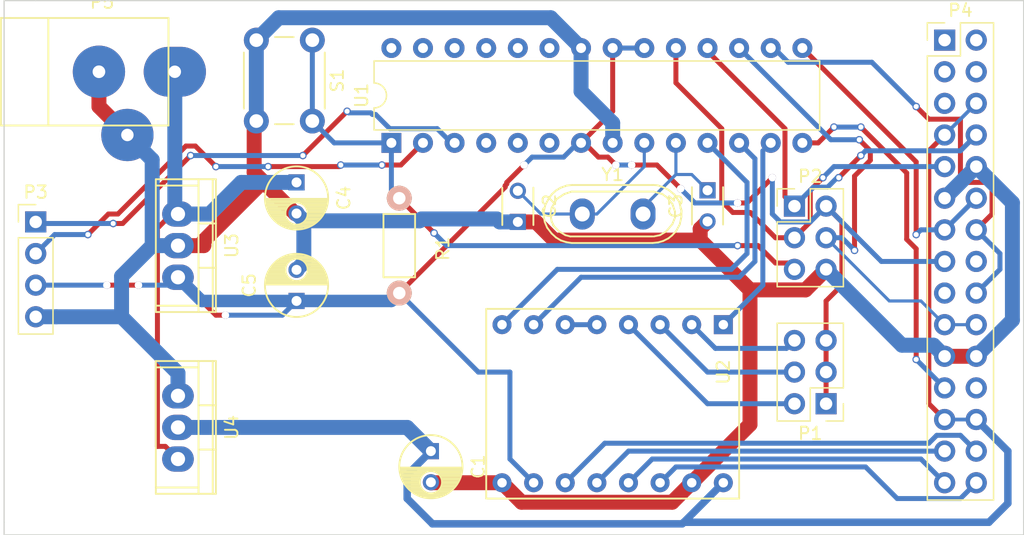
<source format=kicad_pcb>
(kicad_pcb (version 20171130) (host pcbnew "(5.1.12)-1")

  (general
    (thickness 1.6)
    (drawings 7)
    (tracks 323)
    (zones 0)
    (modules 17)
    (nets 44)
  )

  (page A4)
  (layers
    (0 F.Cu signal)
    (31 B.Cu signal)
    (32 B.Adhes user hide)
    (33 F.Adhes user hide)
    (34 B.Paste user hide)
    (35 F.Paste user hide)
    (36 B.SilkS user hide)
    (37 F.SilkS user hide)
    (38 B.Mask user hide)
    (39 F.Mask user hide)
    (40 Dwgs.User user hide)
    (41 Cmts.User user hide)
    (42 Eco1.User user hide)
    (43 Eco2.User user hide)
    (44 Edge.Cuts user)
    (45 Margin user hide)
    (46 B.CrtYd user hide)
    (47 F.CrtYd user hide)
    (48 B.Fab user hide)
    (49 F.Fab user hide)
  )

  (setup
    (last_trace_width 0.25)
    (user_trace_width 0.2)
    (user_trace_width 0.25)
    (user_trace_width 0.3)
    (user_trace_width 0.4)
    (user_trace_width 0.6)
    (user_trace_width 0.8)
    (user_trace_width 1)
    (trace_clearance 0.2)
    (zone_clearance 0.508)
    (zone_45_only no)
    (trace_min 0.2)
    (via_size 0.6)
    (via_drill 0.4)
    (via_min_size 0.4)
    (via_min_drill 0.3)
    (uvia_size 0.3)
    (uvia_drill 0.1)
    (uvias_allowed no)
    (uvia_min_size 0.2)
    (uvia_min_drill 0.1)
    (edge_width 0.1)
    (segment_width 0.2)
    (pcb_text_width 0.3)
    (pcb_text_size 1.5 1.5)
    (mod_edge_width 0.15)
    (mod_text_size 1 1)
    (mod_text_width 0.15)
    (pad_size 1.5 1.5)
    (pad_drill 0.6)
    (pad_to_mask_clearance 0)
    (aux_axis_origin 0 0)
    (visible_elements 7FFFFFFF)
    (pcbplotparams
      (layerselection 0x00030_80000001)
      (usegerberextensions false)
      (usegerberattributes true)
      (usegerberadvancedattributes true)
      (creategerberjobfile true)
      (excludeedgelayer true)
      (linewidth 0.100000)
      (plotframeref false)
      (viasonmask false)
      (mode 1)
      (useauxorigin false)
      (hpglpennumber 1)
      (hpglpenspeed 20)
      (hpglpendiameter 15.000000)
      (psnegative false)
      (psa4output false)
      (plotreference true)
      (plotvalue true)
      (plotinvisibletext false)
      (padsonsilk false)
      (subtractmaskfromsilk false)
      (outputformat 1)
      (mirror false)
      (drillshape 1)
      (scaleselection 1)
      (outputdirectory ""))
  )

  (net 0 "")
  (net 1 VDDA)
  (net 2 GNDA)
  (net 3 "Net-(C2-Pad2)")
  (net 4 "Net-(C3-Pad1)")
  (net 5 VCC)
  (net 6 VDD)
  (net 7 "Net-(P1-Pad2)")
  (net 8 "Net-(P1-Pad4)")
  (net 9 "Net-(P1-Pad6)")
  (net 10 /DATA)
  (net 11 /CLOCK)
  (net 12 /MOSI)
  (net 13 /RESET)
  (net 14 /TX)
  (net 15 /RX)
  (net 16 "Net-(P4-Pad1)")
  (net 17 "Net-(P4-Pad2)")
  (net 18 "Net-(P4-Pad3)")
  (net 19 "Net-(P4-Pad4)")
  (net 20 "Net-(P4-Pad5)")
  (net 21 /STROKE5-6)
  (net 22 /STROKE3-4)
  (net 23 "Net-(P4-Pad16)")
  (net 24 "Net-(P4-Pad17)")
  (net 25 /LATCH)
  (net 26 "Net-(P4-Pad24)")
  (net 27 /M1A)
  (net 28 /M1B)
  (net 29 /M2A)
  (net 30 /M2B)
  (net 31 "Net-(U1-Pad4)")
  (net 32 "Net-(U1-Pad5)")
  (net 33 "Net-(U1-Pad6)")
  (net 34 "Net-(U1-Pad23)")
  (net 35 "Net-(U1-Pad24)")
  (net 36 /M_ENABLE)
  (net 37 "Net-(U1-Pad25)")
  (net 38 /M_DIR)
  (net 39 "Net-(U1-Pad26)")
  (net 40 /M_STEP)
  (net 41 "Net-(U1-Pad27)")
  (net 42 "Net-(U1-Pad28)")
  (net 43 "Net-(U2-Pad5)")

  (net_class Default 这是默认网络组.
    (clearance 0.2)
    (trace_width 0.25)
    (via_dia 0.6)
    (via_drill 0.4)
    (uvia_dia 0.3)
    (uvia_drill 0.1)
    (add_net "Net-(C2-Pad2)")
    (add_net "Net-(C3-Pad1)")
    (add_net "Net-(P1-Pad2)")
    (add_net "Net-(P1-Pad4)")
    (add_net "Net-(P1-Pad6)")
    (add_net "Net-(P4-Pad1)")
    (add_net "Net-(P4-Pad16)")
    (add_net "Net-(P4-Pad17)")
    (add_net "Net-(P4-Pad2)")
    (add_net "Net-(P4-Pad24)")
    (add_net "Net-(P4-Pad3)")
    (add_net "Net-(P4-Pad4)")
    (add_net "Net-(P4-Pad5)")
    (add_net "Net-(U1-Pad23)")
    (add_net "Net-(U1-Pad24)")
    (add_net "Net-(U1-Pad25)")
    (add_net "Net-(U1-Pad26)")
    (add_net "Net-(U1-Pad27)")
    (add_net "Net-(U1-Pad28)")
    (add_net "Net-(U1-Pad4)")
    (add_net "Net-(U1-Pad5)")
    (add_net "Net-(U1-Pad6)")
    (add_net "Net-(U2-Pad5)")
  )

  (net_class high_power ""
    (clearance 0.2)
    (trace_width 1.2)
    (via_dia 1.2)
    (via_drill 0.8)
    (uvia_dia 0.3)
    (uvia_drill 0.1)
    (add_net GNDA)
    (add_net VCC)
    (add_net VDDA)
  )

  (net_class motor ""
    (clearance 0.2)
    (trace_width 0.7)
    (via_dia 0.8)
    (via_drill 0.6)
    (uvia_dia 0.3)
    (uvia_drill 0.1)
    (add_net /M1A)
    (add_net /M1B)
    (add_net /M2A)
    (add_net /M2B)
  )

  (net_class power ""
    (clearance 0.2)
    (trace_width 1)
    (via_dia 1)
    (via_drill 0.6)
    (uvia_dia 0.3)
    (uvia_drill 0.1)
    (add_net VDD)
  )

  (net_class signal ""
    (clearance 0.2)
    (trace_width 0.4)
    (via_dia 0.6)
    (via_drill 0.4)
    (uvia_dia 0.3)
    (uvia_drill 0.1)
    (add_net /CLOCK)
    (add_net /DATA)
    (add_net /LATCH)
    (add_net /MOSI)
    (add_net /M_DIR)
    (add_net /M_ENABLE)
    (add_net /M_STEP)
    (add_net /RESET)
    (add_net /RX)
    (add_net /STROKE3-4)
    (add_net /STROKE5-6)
    (add_net /TX)
  )

  (module Pin_Headers:Pin_Header_Straight_2x15_Pitch2.54mm placed (layer F.Cu) (tedit 5862ED54) (tstamp 587B471E)
    (at 176.53 110.49)
    (descr "Through hole straight pin header, 2x15, 2.54mm pitch, double rows")
    (tags "Through hole pin header THT 2x15 2.54mm double row")
    (path /586B9BE8)
    (fp_text reference P4 (at 1.27 -2.39) (layer F.SilkS)
      (effects (font (size 1 1) (thickness 0.15)))
    )
    (fp_text value CONN_02X15 (at 1.27 37.95) (layer F.Fab)
      (effects (font (size 1 1) (thickness 0.15)))
    )
    (fp_line (start -1.27 -1.27) (end -1.27 36.83) (layer F.Fab) (width 0.1))
    (fp_line (start -1.27 36.83) (end 3.81 36.83) (layer F.Fab) (width 0.1))
    (fp_line (start 3.81 36.83) (end 3.81 -1.27) (layer F.Fab) (width 0.1))
    (fp_line (start 3.81 -1.27) (end -1.27 -1.27) (layer F.Fab) (width 0.1))
    (fp_line (start -1.39 1.27) (end -1.39 36.95) (layer F.SilkS) (width 0.12))
    (fp_line (start -1.39 36.95) (end 3.93 36.95) (layer F.SilkS) (width 0.12))
    (fp_line (start 3.93 36.95) (end 3.93 -1.39) (layer F.SilkS) (width 0.12))
    (fp_line (start 3.93 -1.39) (end 1.27 -1.39) (layer F.SilkS) (width 0.12))
    (fp_line (start 1.27 -1.39) (end 1.27 1.27) (layer F.SilkS) (width 0.12))
    (fp_line (start 1.27 1.27) (end -1.39 1.27) (layer F.SilkS) (width 0.12))
    (fp_line (start -1.39 0) (end -1.39 -1.39) (layer F.SilkS) (width 0.12))
    (fp_line (start -1.39 -1.39) (end 0 -1.39) (layer F.SilkS) (width 0.12))
    (fp_line (start -1.6 -1.6) (end -1.6 37.1) (layer F.CrtYd) (width 0.05))
    (fp_line (start -1.6 37.1) (end 4.1 37.1) (layer F.CrtYd) (width 0.05))
    (fp_line (start 4.1 37.1) (end 4.1 -1.6) (layer F.CrtYd) (width 0.05))
    (fp_line (start 4.1 -1.6) (end -1.6 -1.6) (layer F.CrtYd) (width 0.05))
    (pad 1 thru_hole rect (at 0 0) (size 1.7 1.7) (drill 1) (layers *.Cu *.Mask)
      (net 16 "Net-(P4-Pad1)"))
    (pad 2 thru_hole oval (at 2.54 0) (size 1.7 1.7) (drill 1) (layers *.Cu *.Mask)
      (net 17 "Net-(P4-Pad2)"))
    (pad 3 thru_hole oval (at 0 2.54) (size 1.7 1.7) (drill 1) (layers *.Cu *.Mask)
      (net 18 "Net-(P4-Pad3)"))
    (pad 4 thru_hole oval (at 2.54 2.54) (size 1.7 1.7) (drill 1) (layers *.Cu *.Mask)
      (net 19 "Net-(P4-Pad4)"))
    (pad 5 thru_hole oval (at 0 5.08) (size 1.7 1.7) (drill 1) (layers *.Cu *.Mask)
      (net 20 "Net-(P4-Pad5)"))
    (pad 6 thru_hole oval (at 2.54 5.08) (size 1.7 1.7) (drill 1) (layers *.Cu *.Mask)
      (net 1 VDDA))
    (pad 7 thru_hole oval (at 0 7.62) (size 1.7 1.7) (drill 1) (layers *.Cu *.Mask)
      (net 1 VDDA))
    (pad 8 thru_hole oval (at 2.54 7.62) (size 1.7 1.7) (drill 1) (layers *.Cu *.Mask)
      (net 10 /DATA))
    (pad 9 thru_hole oval (at 0 10.16) (size 1.7 1.7) (drill 1) (layers *.Cu *.Mask)
      (net 11 /CLOCK))
    (pad 10 thru_hole oval (at 2.54 10.16) (size 1.7 1.7) (drill 1) (layers *.Cu *.Mask)
      (net 2 GNDA))
    (pad 11 thru_hole oval (at 0 12.7) (size 1.7 1.7) (drill 1) (layers *.Cu *.Mask)
      (net 2 GNDA))
    (pad 12 thru_hole oval (at 2.54 12.7) (size 1.7 1.7) (drill 1) (layers *.Cu *.Mask)
      (net 21 /STROKE5-6))
    (pad 13 thru_hole oval (at 0 15.24) (size 1.7 1.7) (drill 1) (layers *.Cu *.Mask)
      (net 21 /STROKE5-6))
    (pad 14 thru_hole oval (at 2.54 15.24) (size 1.7 1.7) (drill 1) (layers *.Cu *.Mask)
      (net 22 /STROKE3-4))
    (pad 15 thru_hole oval (at 0 17.78) (size 1.7 1.7) (drill 1) (layers *.Cu *.Mask)
      (net 6 VDD))
    (pad 16 thru_hole oval (at 2.54 17.78) (size 1.7 1.7) (drill 1) (layers *.Cu *.Mask)
      (net 23 "Net-(P4-Pad16)"))
    (pad 17 thru_hole oval (at 0 20.32) (size 1.7 1.7) (drill 1) (layers *.Cu *.Mask)
      (net 24 "Net-(P4-Pad17)"))
    (pad 18 thru_hole oval (at 2.54 20.32) (size 1.7 1.7) (drill 1) (layers *.Cu *.Mask)
      (net 22 /STROKE3-4))
    (pad 19 thru_hole oval (at 0 22.86) (size 1.7 1.7) (drill 1) (layers *.Cu *.Mask)
      (net 12 /MOSI))
    (pad 20 thru_hole oval (at 2.54 22.86) (size 1.7 1.7) (drill 1) (layers *.Cu *.Mask)
      (net 12 /MOSI))
    (pad 21 thru_hole oval (at 0 25.4) (size 1.7 1.7) (drill 1) (layers *.Cu *.Mask)
      (net 2 GNDA))
    (pad 22 thru_hole oval (at 2.54 25.4) (size 1.7 1.7) (drill 1) (layers *.Cu *.Mask)
      (net 2 GNDA))
    (pad 23 thru_hole oval (at 0 27.94) (size 1.7 1.7) (drill 1) (layers *.Cu *.Mask)
      (net 25 /LATCH))
    (pad 24 thru_hole oval (at 2.54 27.94) (size 1.7 1.7) (drill 1) (layers *.Cu *.Mask)
      (net 26 "Net-(P4-Pad24)"))
    (pad 25 thru_hole oval (at 0 30.48) (size 1.7 1.7) (drill 1) (layers *.Cu *.Mask)
      (net 1 VDDA))
    (pad 26 thru_hole oval (at 2.54 30.48) (size 1.7 1.7) (drill 1) (layers *.Cu *.Mask)
      (net 1 VDDA))
    (pad 27 thru_hole oval (at 0 33.02) (size 1.7 1.7) (drill 1) (layers *.Cu *.Mask)
      (net 27 /M1A))
    (pad 28 thru_hole oval (at 2.54 33.02) (size 1.7 1.7) (drill 1) (layers *.Cu *.Mask)
      (net 28 /M1B))
    (pad 29 thru_hole oval (at 0 35.56) (size 1.7 1.7) (drill 1) (layers *.Cu *.Mask)
      (net 29 /M2A))
    (pad 30 thru_hole oval (at 2.54 35.56) (size 1.7 1.7) (drill 1) (layers *.Cu *.Mask)
      (net 30 /M2B))
    (model Pin_Headers.3dshapes/Pin_Header_Straight_2x15_Pitch2.54mm.wrl
      (offset (xyz 1.269999980926514 -17.77999973297119 0))
      (scale (xyz 1 1 1))
      (rotate (xyz 0 0 90))
    )
  )

  (module Capacitors_THT:C_Radial_D5_L6_P2.5 placed (layer F.Cu) (tedit 0) (tstamp 587B463A)
    (at 135.255 143.51 270)
    (descr "Radial Electrolytic Capacitor Diameter 5mm x Length 6mm, Pitch 2.5mm")
    (tags "Electrolytic Capacitor")
    (path /5870DF59)
    (fp_text reference C1 (at 1.25 -3.8 270) (layer F.SilkS)
      (effects (font (size 1 1) (thickness 0.15)))
    )
    (fp_text value 100uF (at 1.25 3.8 270) (layer F.Fab)
      (effects (font (size 1 1) (thickness 0.15)))
    )
    (fp_line (start 1.325 -2.499) (end 1.325 2.499) (layer F.SilkS) (width 0.15))
    (fp_line (start 1.465 -2.491) (end 1.465 2.491) (layer F.SilkS) (width 0.15))
    (fp_line (start 1.605 -2.475) (end 1.605 -0.095) (layer F.SilkS) (width 0.15))
    (fp_line (start 1.605 0.095) (end 1.605 2.475) (layer F.SilkS) (width 0.15))
    (fp_line (start 1.745 -2.451) (end 1.745 -0.49) (layer F.SilkS) (width 0.15))
    (fp_line (start 1.745 0.49) (end 1.745 2.451) (layer F.SilkS) (width 0.15))
    (fp_line (start 1.885 -2.418) (end 1.885 -0.657) (layer F.SilkS) (width 0.15))
    (fp_line (start 1.885 0.657) (end 1.885 2.418) (layer F.SilkS) (width 0.15))
    (fp_line (start 2.025 -2.377) (end 2.025 -0.764) (layer F.SilkS) (width 0.15))
    (fp_line (start 2.025 0.764) (end 2.025 2.377) (layer F.SilkS) (width 0.15))
    (fp_line (start 2.165 -2.327) (end 2.165 -0.835) (layer F.SilkS) (width 0.15))
    (fp_line (start 2.165 0.835) (end 2.165 2.327) (layer F.SilkS) (width 0.15))
    (fp_line (start 2.305 -2.266) (end 2.305 -0.879) (layer F.SilkS) (width 0.15))
    (fp_line (start 2.305 0.879) (end 2.305 2.266) (layer F.SilkS) (width 0.15))
    (fp_line (start 2.445 -2.196) (end 2.445 -0.898) (layer F.SilkS) (width 0.15))
    (fp_line (start 2.445 0.898) (end 2.445 2.196) (layer F.SilkS) (width 0.15))
    (fp_line (start 2.585 -2.114) (end 2.585 -0.896) (layer F.SilkS) (width 0.15))
    (fp_line (start 2.585 0.896) (end 2.585 2.114) (layer F.SilkS) (width 0.15))
    (fp_line (start 2.725 -2.019) (end 2.725 -0.871) (layer F.SilkS) (width 0.15))
    (fp_line (start 2.725 0.871) (end 2.725 2.019) (layer F.SilkS) (width 0.15))
    (fp_line (start 2.865 -1.908) (end 2.865 -0.823) (layer F.SilkS) (width 0.15))
    (fp_line (start 2.865 0.823) (end 2.865 1.908) (layer F.SilkS) (width 0.15))
    (fp_line (start 3.005 -1.78) (end 3.005 -0.745) (layer F.SilkS) (width 0.15))
    (fp_line (start 3.005 0.745) (end 3.005 1.78) (layer F.SilkS) (width 0.15))
    (fp_line (start 3.145 -1.631) (end 3.145 -0.628) (layer F.SilkS) (width 0.15))
    (fp_line (start 3.145 0.628) (end 3.145 1.631) (layer F.SilkS) (width 0.15))
    (fp_line (start 3.285 -1.452) (end 3.285 -0.44) (layer F.SilkS) (width 0.15))
    (fp_line (start 3.285 0.44) (end 3.285 1.452) (layer F.SilkS) (width 0.15))
    (fp_line (start 3.425 -1.233) (end 3.425 1.233) (layer F.SilkS) (width 0.15))
    (fp_line (start 3.565 -0.944) (end 3.565 0.944) (layer F.SilkS) (width 0.15))
    (fp_line (start 3.705 -0.472) (end 3.705 0.472) (layer F.SilkS) (width 0.15))
    (fp_circle (center 2.5 0) (end 2.5 -0.9) (layer F.SilkS) (width 0.15))
    (fp_circle (center 1.25 0) (end 1.25 -2.5375) (layer F.SilkS) (width 0.15))
    (fp_circle (center 1.25 0) (end 1.25 -2.8) (layer F.CrtYd) (width 0.05))
    (pad 1 thru_hole rect (at 0 0 270) (size 1.3 1.3) (drill 0.8) (layers *.Cu *.Mask)
      (net 1 VDDA))
    (pad 2 thru_hole circle (at 2.5 0 270) (size 1.3 1.3) (drill 0.8) (layers *.Cu *.Mask)
      (net 2 GNDA))
    (model Capacitors_ThroughHole.3dshapes/C_Radial_D5_L6_P2.5.wrl
      (offset (xyz 1.250000021226883 0 0))
      (scale (xyz 1 1 1))
      (rotate (xyz 0 0 90))
    )
  )

  (module Capacitors_THT:C_Disc_D3_P2.5 placed (layer F.Cu) (tedit 5874D2A7) (tstamp 587B4646)
    (at 142.24 125.095 90)
    (descr "Capacitor 3mm Disc, Pitch 2.5mm")
    (tags Capacitor)
    (path /587084CF)
    (fp_text reference C2 (at 1.27 2.54 90) (layer F.SilkS)
      (effects (font (size 1 1) (thickness 0.15)))
    )
    (fp_text value 100nF (at 1.25 2.5 90) (layer F.Fab)
      (effects (font (size 1 1) (thickness 0.15)))
    )
    (fp_line (start -0.9 -1.5) (end 3.4 -1.5) (layer F.CrtYd) (width 0.05))
    (fp_line (start 3.4 -1.5) (end 3.4 1.5) (layer F.CrtYd) (width 0.05))
    (fp_line (start 3.4 1.5) (end -0.9 1.5) (layer F.CrtYd) (width 0.05))
    (fp_line (start -0.9 1.5) (end -0.9 -1.5) (layer F.CrtYd) (width 0.05))
    (fp_line (start -0.25 -1.25) (end 2.75 -1.25) (layer F.SilkS) (width 0.15))
    (fp_line (start 2.75 1.25) (end -0.25 1.25) (layer F.SilkS) (width 0.15))
    (pad 1 thru_hole rect (at 0 0 90) (size 1.3 1.3) (drill 0.8) (layers *.Cu *.Mask)
      (net 2 GNDA))
    (pad 2 thru_hole circle (at 2.5 0 90) (size 1.3 1.3) (drill 0.8001) (layers *.Cu *.Mask)
      (net 3 "Net-(C2-Pad2)"))
    (model Capacitors_ThroughHole.3dshapes/C_Disc_D3_P2.5.wrl
      (offset (xyz 1.250000021226883 0 0))
      (scale (xyz 1 1 1))
      (rotate (xyz 0 0 0))
    )
  )

  (module Capacitors_THT:C_Disc_D3_P2.5 placed (layer F.Cu) (tedit 5874D2B8) (tstamp 587B4652)
    (at 157.48 122.555 270)
    (descr "Capacitor 3mm Disc, Pitch 2.5mm")
    (tags Capacitor)
    (path /58708571)
    (fp_text reference C3 (at 1.27 2.54 270) (layer F.SilkS)
      (effects (font (size 1 1) (thickness 0.15)))
    )
    (fp_text value 100nF (at 1.25 2.5 270) (layer F.Fab)
      (effects (font (size 1 1) (thickness 0.15)))
    )
    (fp_line (start -0.9 -1.5) (end 3.4 -1.5) (layer F.CrtYd) (width 0.05))
    (fp_line (start 3.4 -1.5) (end 3.4 1.5) (layer F.CrtYd) (width 0.05))
    (fp_line (start 3.4 1.5) (end -0.9 1.5) (layer F.CrtYd) (width 0.05))
    (fp_line (start -0.9 1.5) (end -0.9 -1.5) (layer F.CrtYd) (width 0.05))
    (fp_line (start -0.25 -1.25) (end 2.75 -1.25) (layer F.SilkS) (width 0.15))
    (fp_line (start 2.75 1.25) (end -0.25 1.25) (layer F.SilkS) (width 0.15))
    (pad 1 thru_hole rect (at 0 0 270) (size 1.3 1.3) (drill 0.8) (layers *.Cu *.Mask)
      (net 4 "Net-(C3-Pad1)"))
    (pad 2 thru_hole circle (at 2.5 0 270) (size 1.3 1.3) (drill 0.8001) (layers *.Cu *.Mask)
      (net 2 GNDA))
    (model Capacitors_ThroughHole.3dshapes/C_Disc_D3_P2.5.wrl
      (offset (xyz 1.250000021226883 0 0))
      (scale (xyz 1 1 1))
      (rotate (xyz 0 0 0))
    )
  )

  (module Capacitors_THT:C_Radial_D5_L6_P2.5 placed (layer F.Cu) (tedit 0) (tstamp 587B467A)
    (at 124.46 121.92 270)
    (descr "Radial Electrolytic Capacitor Diameter 5mm x Length 6mm, Pitch 2.5mm")
    (tags "Electrolytic Capacitor")
    (path /5870A643)
    (fp_text reference C4 (at 1.25 -3.8 270) (layer F.SilkS)
      (effects (font (size 1 1) (thickness 0.15)))
    )
    (fp_text value CP1_Small (at 1.25 3.8 270) (layer F.Fab)
      (effects (font (size 1 1) (thickness 0.15)))
    )
    (fp_line (start 1.325 -2.499) (end 1.325 2.499) (layer F.SilkS) (width 0.15))
    (fp_line (start 1.465 -2.491) (end 1.465 2.491) (layer F.SilkS) (width 0.15))
    (fp_line (start 1.605 -2.475) (end 1.605 -0.095) (layer F.SilkS) (width 0.15))
    (fp_line (start 1.605 0.095) (end 1.605 2.475) (layer F.SilkS) (width 0.15))
    (fp_line (start 1.745 -2.451) (end 1.745 -0.49) (layer F.SilkS) (width 0.15))
    (fp_line (start 1.745 0.49) (end 1.745 2.451) (layer F.SilkS) (width 0.15))
    (fp_line (start 1.885 -2.418) (end 1.885 -0.657) (layer F.SilkS) (width 0.15))
    (fp_line (start 1.885 0.657) (end 1.885 2.418) (layer F.SilkS) (width 0.15))
    (fp_line (start 2.025 -2.377) (end 2.025 -0.764) (layer F.SilkS) (width 0.15))
    (fp_line (start 2.025 0.764) (end 2.025 2.377) (layer F.SilkS) (width 0.15))
    (fp_line (start 2.165 -2.327) (end 2.165 -0.835) (layer F.SilkS) (width 0.15))
    (fp_line (start 2.165 0.835) (end 2.165 2.327) (layer F.SilkS) (width 0.15))
    (fp_line (start 2.305 -2.266) (end 2.305 -0.879) (layer F.SilkS) (width 0.15))
    (fp_line (start 2.305 0.879) (end 2.305 2.266) (layer F.SilkS) (width 0.15))
    (fp_line (start 2.445 -2.196) (end 2.445 -0.898) (layer F.SilkS) (width 0.15))
    (fp_line (start 2.445 0.898) (end 2.445 2.196) (layer F.SilkS) (width 0.15))
    (fp_line (start 2.585 -2.114) (end 2.585 -0.896) (layer F.SilkS) (width 0.15))
    (fp_line (start 2.585 0.896) (end 2.585 2.114) (layer F.SilkS) (width 0.15))
    (fp_line (start 2.725 -2.019) (end 2.725 -0.871) (layer F.SilkS) (width 0.15))
    (fp_line (start 2.725 0.871) (end 2.725 2.019) (layer F.SilkS) (width 0.15))
    (fp_line (start 2.865 -1.908) (end 2.865 -0.823) (layer F.SilkS) (width 0.15))
    (fp_line (start 2.865 0.823) (end 2.865 1.908) (layer F.SilkS) (width 0.15))
    (fp_line (start 3.005 -1.78) (end 3.005 -0.745) (layer F.SilkS) (width 0.15))
    (fp_line (start 3.005 0.745) (end 3.005 1.78) (layer F.SilkS) (width 0.15))
    (fp_line (start 3.145 -1.631) (end 3.145 -0.628) (layer F.SilkS) (width 0.15))
    (fp_line (start 3.145 0.628) (end 3.145 1.631) (layer F.SilkS) (width 0.15))
    (fp_line (start 3.285 -1.452) (end 3.285 -0.44) (layer F.SilkS) (width 0.15))
    (fp_line (start 3.285 0.44) (end 3.285 1.452) (layer F.SilkS) (width 0.15))
    (fp_line (start 3.425 -1.233) (end 3.425 1.233) (layer F.SilkS) (width 0.15))
    (fp_line (start 3.565 -0.944) (end 3.565 0.944) (layer F.SilkS) (width 0.15))
    (fp_line (start 3.705 -0.472) (end 3.705 0.472) (layer F.SilkS) (width 0.15))
    (fp_circle (center 2.5 0) (end 2.5 -0.9) (layer F.SilkS) (width 0.15))
    (fp_circle (center 1.25 0) (end 1.25 -2.5375) (layer F.SilkS) (width 0.15))
    (fp_circle (center 1.25 0) (end 1.25 -2.8) (layer F.CrtYd) (width 0.05))
    (pad 1 thru_hole rect (at 0 0 270) (size 1.3 1.3) (drill 0.8) (layers *.Cu *.Mask)
      (net 5 VCC))
    (pad 2 thru_hole circle (at 2.5 0 270) (size 1.3 1.3) (drill 0.8) (layers *.Cu *.Mask)
      (net 2 GNDA))
    (model Capacitors_ThroughHole.3dshapes/C_Radial_D5_L6_P2.5.wrl
      (offset (xyz 1.250000021226883 0 0))
      (scale (xyz 1 1 1))
      (rotate (xyz 0 0 90))
    )
  )

  (module Capacitors_THT:C_Radial_D5_L6_P2.5 placed (layer F.Cu) (tedit 0) (tstamp 587B46A2)
    (at 124.46 131.445 90)
    (descr "Radial Electrolytic Capacitor Diameter 5mm x Length 6mm, Pitch 2.5mm")
    (tags "Electrolytic Capacitor")
    (path /5870A699)
    (fp_text reference C5 (at 1.25 -3.8 90) (layer F.SilkS)
      (effects (font (size 1 1) (thickness 0.15)))
    )
    (fp_text value CP1_Small (at 1.25 3.8 90) (layer F.Fab)
      (effects (font (size 1 1) (thickness 0.15)))
    )
    (fp_line (start 1.325 -2.499) (end 1.325 2.499) (layer F.SilkS) (width 0.15))
    (fp_line (start 1.465 -2.491) (end 1.465 2.491) (layer F.SilkS) (width 0.15))
    (fp_line (start 1.605 -2.475) (end 1.605 -0.095) (layer F.SilkS) (width 0.15))
    (fp_line (start 1.605 0.095) (end 1.605 2.475) (layer F.SilkS) (width 0.15))
    (fp_line (start 1.745 -2.451) (end 1.745 -0.49) (layer F.SilkS) (width 0.15))
    (fp_line (start 1.745 0.49) (end 1.745 2.451) (layer F.SilkS) (width 0.15))
    (fp_line (start 1.885 -2.418) (end 1.885 -0.657) (layer F.SilkS) (width 0.15))
    (fp_line (start 1.885 0.657) (end 1.885 2.418) (layer F.SilkS) (width 0.15))
    (fp_line (start 2.025 -2.377) (end 2.025 -0.764) (layer F.SilkS) (width 0.15))
    (fp_line (start 2.025 0.764) (end 2.025 2.377) (layer F.SilkS) (width 0.15))
    (fp_line (start 2.165 -2.327) (end 2.165 -0.835) (layer F.SilkS) (width 0.15))
    (fp_line (start 2.165 0.835) (end 2.165 2.327) (layer F.SilkS) (width 0.15))
    (fp_line (start 2.305 -2.266) (end 2.305 -0.879) (layer F.SilkS) (width 0.15))
    (fp_line (start 2.305 0.879) (end 2.305 2.266) (layer F.SilkS) (width 0.15))
    (fp_line (start 2.445 -2.196) (end 2.445 -0.898) (layer F.SilkS) (width 0.15))
    (fp_line (start 2.445 0.898) (end 2.445 2.196) (layer F.SilkS) (width 0.15))
    (fp_line (start 2.585 -2.114) (end 2.585 -0.896) (layer F.SilkS) (width 0.15))
    (fp_line (start 2.585 0.896) (end 2.585 2.114) (layer F.SilkS) (width 0.15))
    (fp_line (start 2.725 -2.019) (end 2.725 -0.871) (layer F.SilkS) (width 0.15))
    (fp_line (start 2.725 0.871) (end 2.725 2.019) (layer F.SilkS) (width 0.15))
    (fp_line (start 2.865 -1.908) (end 2.865 -0.823) (layer F.SilkS) (width 0.15))
    (fp_line (start 2.865 0.823) (end 2.865 1.908) (layer F.SilkS) (width 0.15))
    (fp_line (start 3.005 -1.78) (end 3.005 -0.745) (layer F.SilkS) (width 0.15))
    (fp_line (start 3.005 0.745) (end 3.005 1.78) (layer F.SilkS) (width 0.15))
    (fp_line (start 3.145 -1.631) (end 3.145 -0.628) (layer F.SilkS) (width 0.15))
    (fp_line (start 3.145 0.628) (end 3.145 1.631) (layer F.SilkS) (width 0.15))
    (fp_line (start 3.285 -1.452) (end 3.285 -0.44) (layer F.SilkS) (width 0.15))
    (fp_line (start 3.285 0.44) (end 3.285 1.452) (layer F.SilkS) (width 0.15))
    (fp_line (start 3.425 -1.233) (end 3.425 1.233) (layer F.SilkS) (width 0.15))
    (fp_line (start 3.565 -0.944) (end 3.565 0.944) (layer F.SilkS) (width 0.15))
    (fp_line (start 3.705 -0.472) (end 3.705 0.472) (layer F.SilkS) (width 0.15))
    (fp_circle (center 2.5 0) (end 2.5 -0.9) (layer F.SilkS) (width 0.15))
    (fp_circle (center 1.25 0) (end 1.25 -2.5375) (layer F.SilkS) (width 0.15))
    (fp_circle (center 1.25 0) (end 1.25 -2.8) (layer F.CrtYd) (width 0.05))
    (pad 1 thru_hole rect (at 0 0 90) (size 1.3 1.3) (drill 0.8) (layers *.Cu *.Mask)
      (net 6 VDD))
    (pad 2 thru_hole circle (at 2.5 0 90) (size 1.3 1.3) (drill 0.8) (layers *.Cu *.Mask)
      (net 2 GNDA))
    (model Capacitors_ThroughHole.3dshapes/C_Radial_D5_L6_P2.5.wrl
      (offset (xyz 1.250000021226883 0 0))
      (scale (xyz 1 1 1))
      (rotate (xyz 0 0 90))
    )
  )

  (module Pin_Headers:Pin_Header_Straight_2x03_Pitch2.54mm placed (layer F.Cu) (tedit 5862ED53) (tstamp 587B46BC)
    (at 167.005 139.7 180)
    (descr "Through hole straight pin header, 2x03, 2.54mm pitch, double rows")
    (tags "Through hole pin header THT 2x03 2.54mm double row")
    (path /58710A16)
    (fp_text reference P1 (at 1.27 -2.39 180) (layer F.SilkS)
      (effects (font (size 1 1) (thickness 0.15)))
    )
    (fp_text value CONN_02X03 (at 1.27 7.47 180) (layer F.Fab)
      (effects (font (size 1 1) (thickness 0.15)))
    )
    (fp_line (start -1.27 -1.27) (end -1.27 6.35) (layer F.Fab) (width 0.1))
    (fp_line (start -1.27 6.35) (end 3.81 6.35) (layer F.Fab) (width 0.1))
    (fp_line (start 3.81 6.35) (end 3.81 -1.27) (layer F.Fab) (width 0.1))
    (fp_line (start 3.81 -1.27) (end -1.27 -1.27) (layer F.Fab) (width 0.1))
    (fp_line (start -1.39 1.27) (end -1.39 6.47) (layer F.SilkS) (width 0.12))
    (fp_line (start -1.39 6.47) (end 3.93 6.47) (layer F.SilkS) (width 0.12))
    (fp_line (start 3.93 6.47) (end 3.93 -1.39) (layer F.SilkS) (width 0.12))
    (fp_line (start 3.93 -1.39) (end 1.27 -1.39) (layer F.SilkS) (width 0.12))
    (fp_line (start 1.27 -1.39) (end 1.27 1.27) (layer F.SilkS) (width 0.12))
    (fp_line (start 1.27 1.27) (end -1.39 1.27) (layer F.SilkS) (width 0.12))
    (fp_line (start -1.39 0) (end -1.39 -1.39) (layer F.SilkS) (width 0.12))
    (fp_line (start -1.39 -1.39) (end 0 -1.39) (layer F.SilkS) (width 0.12))
    (fp_line (start -1.6 -1.6) (end -1.6 6.6) (layer F.CrtYd) (width 0.05))
    (fp_line (start -1.6 6.6) (end 4.1 6.6) (layer F.CrtYd) (width 0.05))
    (fp_line (start 4.1 6.6) (end 4.1 -1.6) (layer F.CrtYd) (width 0.05))
    (fp_line (start 4.1 -1.6) (end -1.6 -1.6) (layer F.CrtYd) (width 0.05))
    (pad 1 thru_hole rect (at 0 0 180) (size 1.7 1.7) (drill 1) (layers *.Cu *.Mask)
      (net 6 VDD))
    (pad 2 thru_hole oval (at 2.54 0 180) (size 1.7 1.7) (drill 1) (layers *.Cu *.Mask)
      (net 7 "Net-(P1-Pad2)"))
    (pad 3 thru_hole oval (at 0 2.54 180) (size 1.7 1.7) (drill 1) (layers *.Cu *.Mask)
      (net 6 VDD))
    (pad 4 thru_hole oval (at 2.54 2.54 180) (size 1.7 1.7) (drill 1) (layers *.Cu *.Mask)
      (net 8 "Net-(P1-Pad4)"))
    (pad 5 thru_hole oval (at 0 5.08 180) (size 1.7 1.7) (drill 1) (layers *.Cu *.Mask)
      (net 6 VDD))
    (pad 6 thru_hole oval (at 2.54 5.08 180) (size 1.7 1.7) (drill 1) (layers *.Cu *.Mask)
      (net 9 "Net-(P1-Pad6)"))
    (model Pin_Headers.3dshapes/Pin_Header_Straight_2x03_Pitch2.54mm.wrl
      (offset (xyz 1.269999980926514 -2.539999961853027 0))
      (scale (xyz 1 1 1))
      (rotate (xyz 0 0 90))
    )
  )

  (module Pin_Headers:Pin_Header_Straight_2x03_Pitch2.54mm placed (layer F.Cu) (tedit 5862ED53) (tstamp 587B46D6)
    (at 164.465 123.825)
    (descr "Through hole straight pin header, 2x03, 2.54mm pitch, double rows")
    (tags "Through hole pin header THT 2x03 2.54mm double row")
    (path /5874072F)
    (fp_text reference P2 (at 1.27 -2.39) (layer F.SilkS)
      (effects (font (size 1 1) (thickness 0.15)))
    )
    (fp_text value CONN_02X03 (at 1.27 7.47) (layer F.Fab)
      (effects (font (size 1 1) (thickness 0.15)))
    )
    (fp_line (start -1.27 -1.27) (end -1.27 6.35) (layer F.Fab) (width 0.1))
    (fp_line (start -1.27 6.35) (end 3.81 6.35) (layer F.Fab) (width 0.1))
    (fp_line (start 3.81 6.35) (end 3.81 -1.27) (layer F.Fab) (width 0.1))
    (fp_line (start 3.81 -1.27) (end -1.27 -1.27) (layer F.Fab) (width 0.1))
    (fp_line (start -1.39 1.27) (end -1.39 6.47) (layer F.SilkS) (width 0.12))
    (fp_line (start -1.39 6.47) (end 3.93 6.47) (layer F.SilkS) (width 0.12))
    (fp_line (start 3.93 6.47) (end 3.93 -1.39) (layer F.SilkS) (width 0.12))
    (fp_line (start 3.93 -1.39) (end 1.27 -1.39) (layer F.SilkS) (width 0.12))
    (fp_line (start 1.27 -1.39) (end 1.27 1.27) (layer F.SilkS) (width 0.12))
    (fp_line (start 1.27 1.27) (end -1.39 1.27) (layer F.SilkS) (width 0.12))
    (fp_line (start -1.39 0) (end -1.39 -1.39) (layer F.SilkS) (width 0.12))
    (fp_line (start -1.39 -1.39) (end 0 -1.39) (layer F.SilkS) (width 0.12))
    (fp_line (start -1.6 -1.6) (end -1.6 6.6) (layer F.CrtYd) (width 0.05))
    (fp_line (start -1.6 6.6) (end 4.1 6.6) (layer F.CrtYd) (width 0.05))
    (fp_line (start 4.1 6.6) (end 4.1 -1.6) (layer F.CrtYd) (width 0.05))
    (fp_line (start 4.1 -1.6) (end -1.6 -1.6) (layer F.CrtYd) (width 0.05))
    (pad 1 thru_hole rect (at 0 0) (size 1.7 1.7) (drill 1) (layers *.Cu *.Mask)
      (net 10 /DATA))
    (pad 2 thru_hole oval (at 2.54 0) (size 1.7 1.7) (drill 1) (layers *.Cu *.Mask)
      (net 6 VDD))
    (pad 3 thru_hole oval (at 0 2.54) (size 1.7 1.7) (drill 1) (layers *.Cu *.Mask)
      (net 11 /CLOCK))
    (pad 4 thru_hole oval (at 2.54 2.54) (size 1.7 1.7) (drill 1) (layers *.Cu *.Mask)
      (net 12 /MOSI))
    (pad 5 thru_hole oval (at 0 5.08) (size 1.7 1.7) (drill 1) (layers *.Cu *.Mask)
      (net 13 /RESET))
    (pad 6 thru_hole oval (at 2.54 5.08) (size 1.7 1.7) (drill 1) (layers *.Cu *.Mask)
      (net 2 GNDA))
    (model Pin_Headers.3dshapes/Pin_Header_Straight_2x03_Pitch2.54mm.wrl
      (offset (xyz 1.269999980926514 -2.539999961853027 0))
      (scale (xyz 1 1 1))
      (rotate (xyz 0 0 90))
    )
  )

  (module Pin_Headers:Pin_Header_Straight_1x04_Pitch2.54mm placed (layer F.Cu) (tedit 5862ED52) (tstamp 587B46EC)
    (at 103.505 125.095)
    (descr "Through hole straight pin header, 1x04, 2.54mm pitch, single row")
    (tags "Through hole pin header THT 1x04 2.54mm single row")
    (path /58739CA6)
    (fp_text reference P3 (at 0 -2.39) (layer F.SilkS)
      (effects (font (size 1 1) (thickness 0.15)))
    )
    (fp_text value CONN_01X04 (at 0 10.01) (layer F.Fab)
      (effects (font (size 1 1) (thickness 0.15)))
    )
    (fp_line (start -1.27 -1.27) (end -1.27 8.89) (layer F.Fab) (width 0.1))
    (fp_line (start -1.27 8.89) (end 1.27 8.89) (layer F.Fab) (width 0.1))
    (fp_line (start 1.27 8.89) (end 1.27 -1.27) (layer F.Fab) (width 0.1))
    (fp_line (start 1.27 -1.27) (end -1.27 -1.27) (layer F.Fab) (width 0.1))
    (fp_line (start -1.39 1.27) (end -1.39 9.01) (layer F.SilkS) (width 0.12))
    (fp_line (start -1.39 9.01) (end 1.39 9.01) (layer F.SilkS) (width 0.12))
    (fp_line (start 1.39 9.01) (end 1.39 1.27) (layer F.SilkS) (width 0.12))
    (fp_line (start 1.39 1.27) (end -1.39 1.27) (layer F.SilkS) (width 0.12))
    (fp_line (start -1.39 0) (end -1.39 -1.39) (layer F.SilkS) (width 0.12))
    (fp_line (start -1.39 -1.39) (end 0 -1.39) (layer F.SilkS) (width 0.12))
    (fp_line (start -1.6 -1.6) (end -1.6 9.2) (layer F.CrtYd) (width 0.05))
    (fp_line (start -1.6 9.2) (end 1.6 9.2) (layer F.CrtYd) (width 0.05))
    (fp_line (start 1.6 9.2) (end 1.6 -1.6) (layer F.CrtYd) (width 0.05))
    (fp_line (start 1.6 -1.6) (end -1.6 -1.6) (layer F.CrtYd) (width 0.05))
    (pad 1 thru_hole rect (at 0 0) (size 1.7 1.7) (drill 1) (layers *.Cu *.Mask)
      (net 14 /TX))
    (pad 2 thru_hole oval (at 0 2.54) (size 1.7 1.7) (drill 1) (layers *.Cu *.Mask)
      (net 15 /RX))
    (pad 3 thru_hole oval (at 0 5.08) (size 1.7 1.7) (drill 1) (layers *.Cu *.Mask)
      (net 6 VDD))
    (pad 4 thru_hole oval (at 0 7.62) (size 1.7 1.7) (drill 1) (layers *.Cu *.Mask)
      (net 2 GNDA))
    (model Pin_Headers.3dshapes/Pin_Header_Straight_1x04_Pitch2.54mm.wrl
      (offset (xyz 0 -3.809999942779541 0))
      (scale (xyz 1 1 1))
      (rotate (xyz 0 0 90))
    )
  )

  (module PowerJack:PowerJack placed (layer F.Cu) (tedit 58707CC2) (tstamp 587B472C)
    (at 108.585 113.03)
    (descr "module 1 pin (ou trou mecanique de percage)")
    (tags "CONN JACK")
    (path /58707B8D)
    (fp_text reference P5 (at 0.254 -5.588) (layer F.SilkS)
      (effects (font (size 1 1) (thickness 0.15)))
    )
    (fp_text value BARREL_JACK (at -5.08 5.588) (layer F.Fab)
      (effects (font (size 1 1) (thickness 0.15)))
    )
    (fp_line (start -7.112 -4.318) (end -7.874 -4.318) (layer F.SilkS) (width 0.15))
    (fp_line (start -7.874 -4.318) (end -7.874 4.318) (layer F.SilkS) (width 0.15))
    (fp_line (start -7.874 4.318) (end -7.112 4.318) (layer F.SilkS) (width 0.15))
    (fp_line (start -4.064 -4.318) (end -4.064 4.318) (layer F.SilkS) (width 0.15))
    (fp_line (start 5.588 -4.318) (end 5.588 4.318) (layer F.SilkS) (width 0.15))
    (fp_line (start -7.112 4.318) (end 5.588 4.318) (layer F.SilkS) (width 0.15))
    (fp_line (start -7.112 -4.318) (end 5.588 -4.318) (layer F.SilkS) (width 0.15))
    (pad 2 thru_hole circle (at 0 0) (size 4.2 4.2) (drill 1.016) (layers *.Cu *.Mask)
      (net 2 GNDA))
    (pad 1 thru_hole oval (at 6.096 0) (size 5 4) (drill 1) (layers *.Cu *.Mask)
      (net 5 VCC))
    (pad 3 thru_hole circle (at 2.286 5.08) (size 4.2 4.2) (drill 1) (layers *.Cu *.Mask)
      (net 2 GNDA))
    (model Connect.3dshapes/JACK_ALIM.wrl
      (at (xyz 0 0 0))
      (scale (xyz 0.8 0.8 0.8))
      (rotate (xyz 0 0 0))
    )
  )

  (module Resistors_THT:Resistor_Horizontal_RM7mm placed (layer F.Cu) (tedit 569FCF07) (tstamp 587B473A)
    (at 132.715 123.19 270)
    (descr "Resistor, Axial,  RM 7.62mm, 1/3W,")
    (tags "Resistor Axial RM 7.62mm 1/3W R3")
    (path /5873A46D)
    (fp_text reference R1 (at 4.05892 -3.50012 270) (layer F.SilkS)
      (effects (font (size 1 1) (thickness 0.15)))
    )
    (fp_text value 10K (at 3.81 3.81 270) (layer F.Fab)
      (effects (font (size 1 1) (thickness 0.15)))
    )
    (fp_line (start -1.25 -1.5) (end 8.85 -1.5) (layer F.CrtYd) (width 0.05))
    (fp_line (start -1.25 1.5) (end -1.25 -1.5) (layer F.CrtYd) (width 0.05))
    (fp_line (start 8.85 -1.5) (end 8.85 1.5) (layer F.CrtYd) (width 0.05))
    (fp_line (start -1.25 1.5) (end 8.85 1.5) (layer F.CrtYd) (width 0.05))
    (fp_line (start 1.27 -1.27) (end 6.35 -1.27) (layer F.SilkS) (width 0.15))
    (fp_line (start 6.35 -1.27) (end 6.35 1.27) (layer F.SilkS) (width 0.15))
    (fp_line (start 6.35 1.27) (end 1.27 1.27) (layer F.SilkS) (width 0.15))
    (fp_line (start 1.27 1.27) (end 1.27 -1.27) (layer F.SilkS) (width 0.15))
    (pad 1 thru_hole circle (at 0 0 270) (size 1.99898 1.99898) (drill 1.00076) (layers *.Cu *.SilkS *.Mask)
      (net 13 /RESET))
    (pad 2 thru_hole circle (at 7.62 0 270) (size 1.99898 1.99898) (drill 1.00076) (layers *.Cu *.SilkS *.Mask)
      (net 6 VDD))
  )

  (module Buttons_Switches_THT:SW_PUSH_6mm placed (layer F.Cu) (tedit 58134C96) (tstamp 587B4758)
    (at 125.73 110.49 270)
    (descr https://www.omron.com/ecb/products/pdf/en-b3f.pdf)
    (tags "tact sw push 6mm")
    (path /58739FDB)
    (fp_text reference S1 (at 3.25 -2 270) (layer F.SilkS)
      (effects (font (size 1 1) (thickness 0.15)))
    )
    (fp_text value Switch (at 3.75 6.7 270) (layer F.Fab)
      (effects (font (size 1 1) (thickness 0.15)))
    )
    (fp_line (start 3.25 -0.75) (end 6.25 -0.75) (layer F.Fab) (width 0.1))
    (fp_line (start 6.25 -0.75) (end 6.25 5.25) (layer F.Fab) (width 0.1))
    (fp_line (start 6.25 5.25) (end 0.25 5.25) (layer F.Fab) (width 0.1))
    (fp_line (start 0.25 5.25) (end 0.25 -0.75) (layer F.Fab) (width 0.1))
    (fp_line (start 0.25 -0.75) (end 3.25 -0.75) (layer F.Fab) (width 0.1))
    (fp_line (start 7.75 6) (end 8 6) (layer F.CrtYd) (width 0.05))
    (fp_line (start 8 6) (end 8 5.75) (layer F.CrtYd) (width 0.05))
    (fp_line (start 7.75 -1.5) (end 8 -1.5) (layer F.CrtYd) (width 0.05))
    (fp_line (start 8 -1.5) (end 8 -1.25) (layer F.CrtYd) (width 0.05))
    (fp_line (start -1.5 -1.25) (end -1.5 -1.5) (layer F.CrtYd) (width 0.05))
    (fp_line (start -1.5 -1.5) (end -1.25 -1.5) (layer F.CrtYd) (width 0.05))
    (fp_line (start -1.5 5.75) (end -1.5 6) (layer F.CrtYd) (width 0.05))
    (fp_line (start -1.5 6) (end -1.25 6) (layer F.CrtYd) (width 0.05))
    (fp_line (start -1.25 -1.5) (end 7.75 -1.5) (layer F.CrtYd) (width 0.05))
    (fp_line (start -1.5 5.75) (end -1.5 -1.25) (layer F.CrtYd) (width 0.05))
    (fp_line (start 7.75 6) (end -1.25 6) (layer F.CrtYd) (width 0.05))
    (fp_line (start 8 -1.25) (end 8 5.75) (layer F.CrtYd) (width 0.05))
    (fp_line (start 1 5.5) (end 5.5 5.5) (layer F.SilkS) (width 0.15))
    (fp_line (start -0.25 1.5) (end -0.25 3) (layer F.SilkS) (width 0.15))
    (fp_line (start 5.5 -1) (end 1 -1) (layer F.SilkS) (width 0.15))
    (fp_line (start 6.75 3) (end 6.75 1.5) (layer F.SilkS) (width 0.15))
    (fp_circle (center 3.25 2.25) (end 1.25 2.5) (layer F.Fab) (width 0.1))
    (pad 2 thru_hole circle (at 0 4.5) (size 2 2) (drill 1.1) (layers *.Cu *.Mask)
      (net 2 GNDA))
    (pad 1 thru_hole circle (at 0 0) (size 2 2) (drill 1.1) (layers *.Cu *.Mask)
      (net 13 /RESET))
    (pad 2 thru_hole circle (at 6.5 4.5) (size 2 2) (drill 1.1) (layers *.Cu *.Mask)
      (net 2 GNDA))
    (pad 1 thru_hole circle (at 6.5 0) (size 2 2) (drill 1.1) (layers *.Cu *.Mask)
      (net 13 /RESET))
    (model Buttons_Switches_ThroughHole.3dshapes/SW_PUSH_6mm.wrl
      (offset (xyz 0.1269999980926514 0 0))
      (scale (xyz 0.3937 0.3937 0.3937))
      (rotate (xyz 0 0 0))
    )
  )

  (module Housings_DIP:DIP-28_W7.62mm placed (layer F.Cu) (tedit 586281B5) (tstamp 587B4787)
    (at 132.08 118.745 90)
    (descr "28-lead dip package, row spacing 7.62 mm (300 mils)")
    (tags "DIL DIP PDIP 2.54mm 7.62mm 300mil")
    (path /586B9B5C)
    (fp_text reference U1 (at 3.81 -2.39 90) (layer F.SilkS)
      (effects (font (size 1 1) (thickness 0.15)))
    )
    (fp_text value ATMEGA328-P (at 3.81 35.41 90) (layer F.Fab)
      (effects (font (size 1 1) (thickness 0.15)))
    )
    (fp_line (start 1.635 -1.27) (end 6.985 -1.27) (layer F.Fab) (width 0.1))
    (fp_line (start 6.985 -1.27) (end 6.985 34.29) (layer F.Fab) (width 0.1))
    (fp_line (start 6.985 34.29) (end 0.635 34.29) (layer F.Fab) (width 0.1))
    (fp_line (start 0.635 34.29) (end 0.635 -0.27) (layer F.Fab) (width 0.1))
    (fp_line (start 0.635 -0.27) (end 1.635 -1.27) (layer F.Fab) (width 0.1))
    (fp_line (start 2.81 -1.39) (end 1.04 -1.39) (layer F.SilkS) (width 0.12))
    (fp_line (start 1.04 -1.39) (end 1.04 34.41) (layer F.SilkS) (width 0.12))
    (fp_line (start 1.04 34.41) (end 6.58 34.41) (layer F.SilkS) (width 0.12))
    (fp_line (start 6.58 34.41) (end 6.58 -1.39) (layer F.SilkS) (width 0.12))
    (fp_line (start 6.58 -1.39) (end 4.81 -1.39) (layer F.SilkS) (width 0.12))
    (fp_line (start -1.1 -1.6) (end -1.1 34.6) (layer F.CrtYd) (width 0.05))
    (fp_line (start -1.1 34.6) (end 8.7 34.6) (layer F.CrtYd) (width 0.05))
    (fp_line (start 8.7 34.6) (end 8.7 -1.6) (layer F.CrtYd) (width 0.05))
    (fp_line (start 8.7 -1.6) (end -1.1 -1.6) (layer F.CrtYd) (width 0.05))
    (fp_arc (start 3.81 -1.39) (end 2.81 -1.39) (angle -180) (layer F.SilkS) (width 0.12))
    (pad 1 thru_hole rect (at 0 0 90) (size 1.6 1.6) (drill 0.8) (layers *.Cu *.Mask)
      (net 13 /RESET))
    (pad 15 thru_hole oval (at 7.62 33.02 90) (size 1.6 1.6) (drill 0.8) (layers *.Cu *.Mask)
      (net 21 /STROKE5-6))
    (pad 2 thru_hole oval (at 0 2.54 90) (size 1.6 1.6) (drill 0.8) (layers *.Cu *.Mask)
      (net 15 /RX))
    (pad 16 thru_hole oval (at 7.62 30.48 90) (size 1.6 1.6) (drill 0.8) (layers *.Cu *.Mask)
      (net 22 /STROKE3-4))
    (pad 3 thru_hole oval (at 0 5.08 90) (size 1.6 1.6) (drill 0.8) (layers *.Cu *.Mask)
      (net 14 /TX))
    (pad 17 thru_hole oval (at 7.62 27.94 90) (size 1.6 1.6) (drill 0.8) (layers *.Cu *.Mask)
      (net 12 /MOSI))
    (pad 4 thru_hole oval (at 0 7.62 90) (size 1.6 1.6) (drill 0.8) (layers *.Cu *.Mask)
      (net 31 "Net-(U1-Pad4)"))
    (pad 18 thru_hole oval (at 7.62 25.4 90) (size 1.6 1.6) (drill 0.8) (layers *.Cu *.Mask)
      (net 10 /DATA))
    (pad 5 thru_hole oval (at 0 10.16 90) (size 1.6 1.6) (drill 0.8) (layers *.Cu *.Mask)
      (net 32 "Net-(U1-Pad5)"))
    (pad 19 thru_hole oval (at 7.62 22.86 90) (size 1.6 1.6) (drill 0.8) (layers *.Cu *.Mask)
      (net 11 /CLOCK))
    (pad 6 thru_hole oval (at 0 12.7 90) (size 1.6 1.6) (drill 0.8) (layers *.Cu *.Mask)
      (net 33 "Net-(U1-Pad6)"))
    (pad 20 thru_hole oval (at 7.62 20.32 90) (size 1.6 1.6) (drill 0.8) (layers *.Cu *.Mask)
      (net 6 VDD))
    (pad 7 thru_hole oval (at 0 15.24 90) (size 1.6 1.6) (drill 0.8) (layers *.Cu *.Mask)
      (net 6 VDD))
    (pad 21 thru_hole oval (at 7.62 17.78 90) (size 1.6 1.6) (drill 0.8) (layers *.Cu *.Mask)
      (net 6 VDD))
    (pad 8 thru_hole oval (at 0 17.78 90) (size 1.6 1.6) (drill 0.8) (layers *.Cu *.Mask)
      (net 2 GNDA))
    (pad 22 thru_hole oval (at 7.62 15.24 90) (size 1.6 1.6) (drill 0.8) (layers *.Cu *.Mask)
      (net 2 GNDA))
    (pad 9 thru_hole oval (at 0 20.32 90) (size 1.6 1.6) (drill 0.8) (layers *.Cu *.Mask)
      (net 3 "Net-(C2-Pad2)"))
    (pad 23 thru_hole oval (at 7.62 12.7 90) (size 1.6 1.6) (drill 0.8) (layers *.Cu *.Mask)
      (net 34 "Net-(U1-Pad23)"))
    (pad 10 thru_hole oval (at 0 22.86 90) (size 1.6 1.6) (drill 0.8) (layers *.Cu *.Mask)
      (net 4 "Net-(C3-Pad1)"))
    (pad 24 thru_hole oval (at 7.62 10.16 90) (size 1.6 1.6) (drill 0.8) (layers *.Cu *.Mask)
      (net 35 "Net-(U1-Pad24)"))
    (pad 11 thru_hole oval (at 0 25.4 90) (size 1.6 1.6) (drill 0.8) (layers *.Cu *.Mask)
      (net 38 /M_DIR))
    (pad 25 thru_hole oval (at 7.62 7.62 90) (size 1.6 1.6) (drill 0.8) (layers *.Cu *.Mask)
      (net 37 "Net-(U1-Pad25)"))
    (pad 12 thru_hole oval (at 0 27.94 90) (size 1.6 1.6) (drill 0.8) (layers *.Cu *.Mask)
      (net 40 /M_STEP))
    (pad 26 thru_hole oval (at 7.62 5.08 90) (size 1.6 1.6) (drill 0.8) (layers *.Cu *.Mask)
      (net 39 "Net-(U1-Pad26)"))
    (pad 13 thru_hole oval (at 0 30.48 90) (size 1.6 1.6) (drill 0.8) (layers *.Cu *.Mask)
      (net 36 /M_ENABLE))
    (pad 27 thru_hole oval (at 7.62 2.54 90) (size 1.6 1.6) (drill 0.8) (layers *.Cu *.Mask)
      (net 41 "Net-(U1-Pad27)"))
    (pad 14 thru_hole oval (at 0 33.02 90) (size 1.6 1.6) (drill 0.8) (layers *.Cu *.Mask)
      (net 25 /LATCH))
    (pad 28 thru_hole oval (at 7.62 0 90) (size 1.6 1.6) (drill 0.8) (layers *.Cu *.Mask)
      (net 42 "Net-(U1-Pad28)"))
    (model Housings_DIP.3dshapes/DIP-28_W7.62mm.wrl
      (at (xyz 0 0 0))
      (scale (xyz 1 1 1))
      (rotate (xyz 0 0 0))
    )
  )

  (module PowerJack:SO16 placed (layer F.Cu) (tedit 58709C8B) (tstamp 587B479F)
    (at 158.75 135.89 270)
    (path /5870D27E)
    (fp_text reference U2 (at 1.27 0 90) (layer F.SilkS)
      (effects (font (size 1 1) (thickness 0.15)))
    )
    (fp_text value A4988_pololu (at 2.54 5.08 270) (layer F.Fab)
      (effects (font (size 1 1) (thickness 0.15)))
    )
    (fp_line (start -3.81 -1.27) (end -3.81 19.05) (layer F.SilkS) (width 0.15))
    (fp_line (start -3.81 19.05) (end 11.43 19.05) (layer F.SilkS) (width 0.15))
    (fp_line (start 11.43 19.05) (end 11.43 -1.27) (layer F.SilkS) (width 0.15))
    (fp_line (start 11.43 -1.27) (end -3.81 -1.27) (layer F.SilkS) (width 0.15))
    (pad 1 thru_hole rect (at -2.54 0 270) (size 1.524 1.524) (drill 0.762) (layers *.Cu *.Mask)
      (net 36 /M_ENABLE))
    (pad 2 thru_hole circle (at -2.54 2.54 270) (size 1.524 1.524) (drill 0.762) (layers *.Cu *.Mask)
      (net 9 "Net-(P1-Pad6)"))
    (pad 3 thru_hole circle (at -2.54 5.08 270) (size 1.524 1.524) (drill 0.762) (layers *.Cu *.Mask)
      (net 8 "Net-(P1-Pad4)"))
    (pad 4 thru_hole circle (at -2.54 7.62 270) (size 1.524 1.524) (drill 0.762) (layers *.Cu *.Mask)
      (net 7 "Net-(P1-Pad2)"))
    (pad 5 thru_hole circle (at -2.54 10.16 270) (size 1.524 1.524) (drill 0.762) (layers *.Cu *.Mask)
      (net 43 "Net-(U2-Pad5)"))
    (pad 6 thru_hole circle (at -2.54 12.7 270) (size 1.524 1.524) (drill 0.762) (layers *.Cu *.Mask)
      (net 43 "Net-(U2-Pad5)"))
    (pad 7 thru_hole circle (at -2.54 15.24 270) (size 1.524 1.524) (drill 0.762) (layers *.Cu *.Mask)
      (net 40 /M_STEP))
    (pad 8 thru_hole circle (at -2.54 17.78 270) (size 1.524 1.524) (drill 0.762) (layers *.Cu *.Mask)
      (net 38 /M_DIR))
    (pad 9 thru_hole circle (at 10.16 17.78 270) (size 1.524 1.524) (drill 0.762) (layers *.Cu *.Mask)
      (net 2 GNDA))
    (pad 10 thru_hole circle (at 10.16 15.24 270) (size 1.524 1.524) (drill 0.762) (layers *.Cu *.Mask)
      (net 6 VDD))
    (pad 11 thru_hole circle (at 10.16 12.7 270) (size 1.524 1.524) (drill 0.762) (layers *.Cu *.Mask)
      (net 28 /M1B))
    (pad 12 thru_hole circle (at 10.16 10.16 270) (size 1.524 1.524) (drill 0.762) (layers *.Cu *.Mask)
      (net 27 /M1A))
    (pad 13 thru_hole circle (at 10.16 7.62 270) (size 1.524 1.524) (drill 0.762) (layers *.Cu *.Mask)
      (net 29 /M2A))
    (pad 14 thru_hole circle (at 10.16 5.08 270) (size 1.524 1.524) (drill 0.762) (layers *.Cu *.Mask)
      (net 30 /M2B))
    (pad 15 thru_hole circle (at 10.16 2.54 270) (size 1.524 1.524) (drill 0.762) (layers *.Cu *.Mask)
      (net 2 GNDA))
    (pad 16 thru_hole circle (at 10.16 0 270) (size 1.524 1.524) (drill 0.762) (layers *.Cu *.Mask)
      (net 1 VDDA))
  )

  (module Power_Integrations:TO-220 placed (layer F.Cu) (tedit 0) (tstamp 587B47B0)
    (at 114.935 127 270)
    (descr "Non Isolated JEDEC TO-220 Package")
    (tags "Power Integration YN Package")
    (path /58709026)
    (fp_text reference U3 (at 0 -4.318 270) (layer F.SilkS)
      (effects (font (size 1 1) (thickness 0.15)))
    )
    (fp_text value LM7805CT (at 0 -4.318 270) (layer F.Fab)
      (effects (font (size 1 1) (thickness 0.15)))
    )
    (fp_line (start 4.826 -1.651) (end 4.826 1.778) (layer F.SilkS) (width 0.15))
    (fp_line (start -4.826 -1.651) (end -4.826 1.778) (layer F.SilkS) (width 0.15))
    (fp_line (start 5.334 -2.794) (end -5.334 -2.794) (layer F.SilkS) (width 0.15))
    (fp_line (start 1.778 -1.778) (end 1.778 -3.048) (layer F.SilkS) (width 0.15))
    (fp_line (start -1.778 -1.778) (end -1.778 -3.048) (layer F.SilkS) (width 0.15))
    (fp_line (start -5.334 -1.651) (end 5.334 -1.651) (layer F.SilkS) (width 0.15))
    (fp_line (start 5.334 1.778) (end -5.334 1.778) (layer F.SilkS) (width 0.15))
    (fp_line (start -5.334 -3.048) (end -5.334 1.778) (layer F.SilkS) (width 0.15))
    (fp_line (start 5.334 -3.048) (end 5.334 1.778) (layer F.SilkS) (width 0.15))
    (fp_line (start 5.334 -3.048) (end -5.334 -3.048) (layer F.SilkS) (width 0.15))
    (pad 2 thru_hole oval (at 0 0 270) (size 2.032 2.54) (drill 1.143) (layers *.Cu *.Mask)
      (net 2 GNDA))
    (pad 3 thru_hole oval (at 2.54 0 270) (size 2.032 2.54) (drill 1.143) (layers *.Cu *.Mask)
      (net 6 VDD))
    (pad 1 thru_hole oval (at -2.54 0 270) (size 2.032 2.54) (drill 1.143) (layers *.Cu *.Mask)
      (net 5 VCC))
  )

  (module Power_Integrations:TO-220 placed (layer F.Cu) (tedit 0) (tstamp 587B47C1)
    (at 114.935 141.605 270)
    (descr "Non Isolated JEDEC TO-220 Package")
    (tags "Power Integration YN Package")
    (path /58708E45)
    (fp_text reference U4 (at 0 -4.318 270) (layer F.SilkS)
      (effects (font (size 1 1) (thickness 0.15)))
    )
    (fp_text value LM317AT (at 0 -4.318 270) (layer F.Fab)
      (effects (font (size 1 1) (thickness 0.15)))
    )
    (fp_line (start 4.826 -1.651) (end 4.826 1.778) (layer F.SilkS) (width 0.15))
    (fp_line (start -4.826 -1.651) (end -4.826 1.778) (layer F.SilkS) (width 0.15))
    (fp_line (start 5.334 -2.794) (end -5.334 -2.794) (layer F.SilkS) (width 0.15))
    (fp_line (start 1.778 -1.778) (end 1.778 -3.048) (layer F.SilkS) (width 0.15))
    (fp_line (start -1.778 -1.778) (end -1.778 -3.048) (layer F.SilkS) (width 0.15))
    (fp_line (start -5.334 -1.651) (end 5.334 -1.651) (layer F.SilkS) (width 0.15))
    (fp_line (start 5.334 1.778) (end -5.334 1.778) (layer F.SilkS) (width 0.15))
    (fp_line (start -5.334 -3.048) (end -5.334 1.778) (layer F.SilkS) (width 0.15))
    (fp_line (start 5.334 -3.048) (end 5.334 1.778) (layer F.SilkS) (width 0.15))
    (fp_line (start 5.334 -3.048) (end -5.334 -3.048) (layer F.SilkS) (width 0.15))
    (pad 2 thru_hole oval (at 0 0 270) (size 2.032 2.54) (drill 1.143) (layers *.Cu *.Mask)
      (net 1 VDDA))
    (pad 3 thru_hole oval (at 2.54 0 270) (size 2.032 2.54) (drill 1.143) (layers *.Cu *.Mask)
      (net 5 VCC))
    (pad 1 thru_hole oval (at -2.54 0 270) (size 2.032 2.54) (drill 1.143) (layers *.Cu *.Mask)
      (net 2 GNDA))
  )

  (module Crystals:Crystal_HC50-U_Vertical placed (layer F.Cu) (tedit 5874D2BF) (tstamp 587B47FA)
    (at 149.86 124.46 180)
    (descr "Crystal, Quarz, HC50/U, vertical, stehend,")
    (tags "Crystal Quarz HC50/U vertical stehend")
    (path /586B9D11)
    (fp_text reference Y1 (at 0 3.175 180) (layer F.SilkS)
      (effects (font (size 1 1) (thickness 0.15)))
    )
    (fp_text value 16MHz (at 0 3.81 180) (layer F.Fab)
      (effects (font (size 1 1) (thickness 0.15)))
    )
    (fp_line (start 4.699 -1.00076) (end 4.89966 -0.59944) (layer F.SilkS) (width 0.15))
    (fp_line (start 4.89966 -0.59944) (end 5.00126 0) (layer F.SilkS) (width 0.15))
    (fp_line (start 5.00126 0) (end 4.89966 0.50038) (layer F.SilkS) (width 0.15))
    (fp_line (start 4.89966 0.50038) (end 4.50088 1.19888) (layer F.SilkS) (width 0.15))
    (fp_line (start 4.50088 1.19888) (end 3.8989 1.6002) (layer F.SilkS) (width 0.15))
    (fp_line (start 3.8989 1.6002) (end 3.29946 1.80086) (layer F.SilkS) (width 0.15))
    (fp_line (start 3.29946 1.80086) (end -3.29946 1.80086) (layer F.SilkS) (width 0.15))
    (fp_line (start -3.29946 1.80086) (end -4.0005 1.6002) (layer F.SilkS) (width 0.15))
    (fp_line (start -4.0005 1.6002) (end -4.39928 1.30048) (layer F.SilkS) (width 0.15))
    (fp_line (start -4.39928 1.30048) (end -4.8006 0.8001) (layer F.SilkS) (width 0.15))
    (fp_line (start -4.8006 0.8001) (end -5.00126 0.20066) (layer F.SilkS) (width 0.15))
    (fp_line (start -5.00126 0.20066) (end -5.00126 -0.29972) (layer F.SilkS) (width 0.15))
    (fp_line (start -5.00126 -0.29972) (end -4.8006 -0.8001) (layer F.SilkS) (width 0.15))
    (fp_line (start -4.8006 -0.8001) (end -4.30022 -1.39954) (layer F.SilkS) (width 0.15))
    (fp_line (start -4.30022 -1.39954) (end -3.79984 -1.69926) (layer F.SilkS) (width 0.15))
    (fp_line (start -3.79984 -1.69926) (end -3.29946 -1.80086) (layer F.SilkS) (width 0.15))
    (fp_line (start -3.2004 -1.80086) (end 3.40106 -1.80086) (layer F.SilkS) (width 0.15))
    (fp_line (start 3.40106 -1.80086) (end 3.79984 -1.69926) (layer F.SilkS) (width 0.15))
    (fp_line (start 3.79984 -1.69926) (end 4.30022 -1.39954) (layer F.SilkS) (width 0.15))
    (fp_line (start 4.30022 -1.39954) (end 4.8006 -0.89916) (layer F.SilkS) (width 0.15))
    (fp_line (start -3.19024 -2.32918) (end -3.64998 -2.28092) (layer F.SilkS) (width 0.15))
    (fp_line (start -3.64998 -2.28092) (end -4.04876 -2.16916) (layer F.SilkS) (width 0.15))
    (fp_line (start -4.04876 -2.16916) (end -4.48056 -1.95072) (layer F.SilkS) (width 0.15))
    (fp_line (start -4.48056 -1.95072) (end -4.77012 -1.71958) (layer F.SilkS) (width 0.15))
    (fp_line (start -4.77012 -1.71958) (end -5.10032 -1.36906) (layer F.SilkS) (width 0.15))
    (fp_line (start -5.10032 -1.36906) (end -5.38988 -0.83058) (layer F.SilkS) (width 0.15))
    (fp_line (start -5.38988 -0.83058) (end -5.51942 -0.23114) (layer F.SilkS) (width 0.15))
    (fp_line (start -5.51942 -0.23114) (end -5.51942 0.2794) (layer F.SilkS) (width 0.15))
    (fp_line (start -5.51942 0.2794) (end -5.34924 0.98044) (layer F.SilkS) (width 0.15))
    (fp_line (start -5.34924 0.98044) (end -4.95046 1.56972) (layer F.SilkS) (width 0.15))
    (fp_line (start -4.95046 1.56972) (end -4.49072 1.94056) (layer F.SilkS) (width 0.15))
    (fp_line (start -4.49072 1.94056) (end -4.06908 2.14884) (layer F.SilkS) (width 0.15))
    (fp_line (start -4.06908 2.14884) (end -3.6195 2.30886) (layer F.SilkS) (width 0.15))
    (fp_line (start -3.6195 2.30886) (end -3.18008 2.33934) (layer F.SilkS) (width 0.15))
    (fp_line (start 4.16052 2.1209) (end 4.53898 1.89992) (layer F.SilkS) (width 0.15))
    (fp_line (start 4.53898 1.89992) (end 4.85902 1.62052) (layer F.SilkS) (width 0.15))
    (fp_line (start 4.85902 1.62052) (end 5.11048 1.29032) (layer F.SilkS) (width 0.15))
    (fp_line (start 5.11048 1.29032) (end 5.4102 0.73914) (layer F.SilkS) (width 0.15))
    (fp_line (start 5.4102 0.73914) (end 5.51942 0.26924) (layer F.SilkS) (width 0.15))
    (fp_line (start 5.51942 0.26924) (end 5.53974 -0.1905) (layer F.SilkS) (width 0.15))
    (fp_line (start 5.53974 -0.1905) (end 5.45084 -0.65024) (layer F.SilkS) (width 0.15))
    (fp_line (start 5.45084 -0.65024) (end 5.26034 -1.09982) (layer F.SilkS) (width 0.15))
    (fp_line (start 5.26034 -1.09982) (end 4.89966 -1.56972) (layer F.SilkS) (width 0.15))
    (fp_line (start 4.89966 -1.56972) (end 4.54914 -1.88976) (layer F.SilkS) (width 0.15))
    (fp_line (start 4.54914 -1.88976) (end 4.16052 -2.1209) (layer F.SilkS) (width 0.15))
    (fp_line (start 4.16052 -2.1209) (end 3.73126 -2.2606) (layer F.SilkS) (width 0.15))
    (fp_line (start 3.73126 -2.2606) (end 3.2893 -2.32918) (layer F.SilkS) (width 0.15))
    (fp_line (start -3.2004 2.32918) (end 3.2512 2.32918) (layer F.SilkS) (width 0.15))
    (fp_line (start 3.2512 2.32918) (end 3.6703 2.29108) (layer F.SilkS) (width 0.15))
    (fp_line (start 3.6703 2.29108) (end 4.16052 2.1209) (layer F.SilkS) (width 0.15))
    (fp_line (start -3.2004 -2.32918) (end 3.2512 -2.32918) (layer F.SilkS) (width 0.15))
    (pad 1 thru_hole oval (at -2.44094 0 180) (size 1.99898 2.49936) (drill 1.19888) (layers *.Cu *.Mask)
      (net 4 "Net-(C3-Pad1)"))
    (pad 2 thru_hole oval (at 2.44094 0 180) (size 1.99898 2.49936) (drill 1.19888) (layers *.Cu *.Mask)
      (net 3 "Net-(C2-Pad2)"))
  )

  (gr_line (start 182.88 150.241) (end 182.88 149.225) (angle 90) (layer Edge.Cuts) (width 0.1))
  (gr_line (start 100.965 150.241) (end 182.88 150.241) (angle 90) (layer Edge.Cuts) (width 0.1))
  (gr_line (start 100.965 149.225) (end 100.965 150.241) (angle 90) (layer Edge.Cuts) (width 0.1))
  (gr_line (start 100.965 107.315) (end 100.965 149.225) (angle 90) (layer Edge.Cuts) (width 0.1))
  (gr_line (start 103.505 107.315) (end 100.965 107.315) (angle 90) (layer Edge.Cuts) (width 0.1))
  (gr_line (start 182.88 107.315) (end 103.505 107.315) (angle 90) (layer Edge.Cuts) (width 0.1))
  (gr_line (start 182.88 149.225) (end 182.88 107.315) (angle 90) (layer Edge.Cuts) (width 0.1))

  (segment (start 114.935 141.605) (end 133.35 141.605) (width 1.2) (layer B.Cu) (net 1))
  (segment (start 133.35 141.605) (end 135.255 143.51) (width 1.2) (layer B.Cu) (net 1))
  (segment (start 155.575 149.225) (end 158.75 146.05) (width 0.6) (layer B.Cu) (net 1))
  (segment (start 176.53 118.11) (end 179.07 115.57) (width 0.3) (layer B.Cu) (net 1))
  (segment (start 179.07 140.97) (end 176.53 140.97) (width 0.3) (layer B.Cu) (net 1))
  (segment (start 155.575 149.225) (end 180.086 149.225) (width 0.6) (layer B.Cu) (net 1))
  (segment (start 180.086 149.225) (end 181.61 147.701) (width 0.6) (layer B.Cu) (net 1))
  (segment (start 181.61 147.701) (end 181.61 143.51) (width 0.6) (layer B.Cu) (net 1))
  (segment (start 181.61 143.51) (end 179.07 140.97) (width 0.6) (layer B.Cu) (net 1))
  (segment (start 135.255 143.51) (end 133.35 145.415) (width 0.6) (layer B.Cu) (net 1))
  (segment (start 133.35 145.415) (end 133.35 147.32) (width 0.6) (layer B.Cu) (net 1))
  (segment (start 133.35 147.32) (end 135.382 149.352) (width 0.6) (layer B.Cu) (net 1))
  (segment (start 135.382 149.352) (end 155.448 149.352) (width 0.6) (layer B.Cu) (net 1))
  (segment (start 155.448 149.352) (end 155.575 149.225) (width 0.6) (layer B.Cu) (net 1))
  (segment (start 176.53 118.11) (end 175.26 119.38) (width 0.4) (layer F.Cu) (net 1))
  (segment (start 175.26 119.38) (end 175.26 139.7) (width 0.4) (layer F.Cu) (net 1))
  (segment (start 175.26 139.7) (end 176.53 140.97) (width 0.4) (layer F.Cu) (net 1))
  (segment (start 179.0668 120.6532) (end 179.07 120.65) (width 1.2) (layer B.Cu) (net 2))
  (segment (start 179.0636 120.6564) (end 179.0668 120.6532) (width 1.2) (layer B.Cu) (net 2))
  (segment (start 149.86 117.1431) (end 147.32 114.6031) (width 1.2) (layer B.Cu) (net 2))
  (segment (start 147.32 114.6031) (end 147.32 111.125) (width 1.2) (layer B.Cu) (net 2))
  (segment (start 179.0572 120.6628) (end 179.0636 120.6564) (width 1.2) (layer B.Cu) (net 2))
  (segment (start 179.0443 120.6757) (end 179.0572 120.6628) (width 1.2) (layer B.Cu) (net 2))
  (segment (start 179.0186 120.7014) (end 179.0443 120.6757) (width 1.2) (layer B.Cu) (net 2))
  (segment (start 178.9671 120.7529) (end 179.0186 120.7014) (width 1.2) (layer B.Cu) (net 2))
  (segment (start 176.53 123.19) (end 178.9671 120.7529) (width 1.2) (layer B.Cu) (net 2))
  (segment (start 176.53 135.89) (end 179.07 135.89) (width 1.2) (layer F.Cu) (net 2))
  (segment (start 125.0469 125.0069) (end 124.46 124.42) (width 1.2) (layer B.Cu) (net 2))
  (segment (start 140.7881 125.095) (end 140.5491 124.856) (width 1.2) (layer B.Cu) (net 2))
  (segment (start 140.5491 124.856) (end 134.5035 124.856) (width 1.2) (layer B.Cu) (net 2))
  (segment (start 134.5035 124.856) (end 134.3526 125.0069) (width 1.2) (layer B.Cu) (net 2))
  (segment (start 134.3526 125.0069) (end 125.0469 125.0069) (width 1.2) (layer B.Cu) (net 2))
  (segment (start 125.0469 125.0069) (end 125.0469 128.3581) (width 1.2) (layer B.Cu) (net 2))
  (segment (start 125.0469 128.3581) (end 124.46 128.945) (width 1.2) (layer B.Cu) (net 2))
  (segment (start 114.935 127) (end 117.0069 127) (width 1.2) (layer F.Cu) (net 2))
  (segment (start 121.7739 121.8456) (end 124.3483 124.42) (width 1.2) (layer F.Cu) (net 2))
  (segment (start 124.3483 124.42) (end 124.46 124.42) (width 1.2) (layer F.Cu) (net 2))
  (segment (start 121.23 116.99) (end 121.0564 117.1636) (width 1.2) (layer F.Cu) (net 2))
  (segment (start 121.0564 117.1636) (end 121.0564 121.1281) (width 1.2) (layer F.Cu) (net 2))
  (segment (start 121.0564 121.1281) (end 121.7739 121.8456) (width 1.2) (layer F.Cu) (net 2))
  (segment (start 117.0069 127) (end 117.0069 126.6126) (width 1.2) (layer F.Cu) (net 2))
  (segment (start 117.0069 126.6126) (end 121.7739 121.8456) (width 1.2) (layer F.Cu) (net 2))
  (segment (start 110.871 118.11) (end 108.585 115.824) (width 1.2) (layer F.Cu) (net 2))
  (segment (start 108.585 115.824) (end 108.585 113.03) (width 1.2) (layer F.Cu) (net 2))
  (segment (start 160.8931 130.5569) (end 156.8926 126.5564) (width 1.2) (layer F.Cu) (net 2))
  (segment (start 167.005 128.905) (end 165.3531 130.5569) (width 1.2) (layer F.Cu) (net 2))
  (segment (start 165.3531 130.5569) (end 160.8931 130.5569) (width 1.2) (layer F.Cu) (net 2))
  (segment (start 156.21 146.05) (end 160.8931 141.3669) (width 1.2) (layer F.Cu) (net 2))
  (segment (start 160.8931 141.3669) (end 160.8931 130.5569) (width 1.2) (layer F.Cu) (net 2))
  (segment (start 156.8926 126.5564) (end 145.1533 126.5564) (width 1.2) (layer F.Cu) (net 2))
  (segment (start 145.1533 126.5564) (end 143.6919 125.095) (width 1.2) (layer F.Cu) (net 2))
  (segment (start 156.8926 126.5564) (end 156.8926 125.6424) (width 1.2) (layer F.Cu) (net 2))
  (segment (start 156.8926 125.6424) (end 157.48 125.055) (width 1.2) (layer F.Cu) (net 2))
  (segment (start 142.24 125.095) (end 143.6919 125.095) (width 1.2) (layer F.Cu) (net 2))
  (segment (start 112.8631 127) (end 112.8631 120.1021) (width 1.2) (layer B.Cu) (net 2))
  (segment (start 112.8631 120.1021) (end 110.871 118.11) (width 1.2) (layer B.Cu) (net 2))
  (segment (start 110.4029 132.715) (end 110.4029 129.4602) (width 1.2) (layer B.Cu) (net 2))
  (segment (start 110.4029 129.4602) (end 112.8631 127) (width 1.2) (layer B.Cu) (net 2))
  (segment (start 110.4029 132.715) (end 114.935 137.2471) (width 1.2) (layer B.Cu) (net 2))
  (segment (start 105.1569 132.715) (end 110.4029 132.715) (width 1.2) (layer B.Cu) (net 2))
  (segment (start 114.935 127) (end 112.8631 127) (width 1.2) (layer B.Cu) (net 2))
  (segment (start 103.505 132.715) (end 105.1569 132.715) (width 1.2) (layer B.Cu) (net 2))
  (segment (start 114.935 139.065) (end 114.935 137.2471) (width 1.2) (layer B.Cu) (net 2))
  (segment (start 140.97 146.05) (end 142.5357 147.6157) (width 1.2) (layer F.Cu) (net 2))
  (segment (start 142.5357 147.6157) (end 154.6443 147.6157) (width 1.2) (layer F.Cu) (net 2))
  (segment (start 154.6443 147.6157) (end 156.21 146.05) (width 1.2) (layer F.Cu) (net 2))
  (segment (start 149.86 118.745) (end 149.86 117.1431) (width 1.2) (layer B.Cu) (net 2))
  (segment (start 142.24 125.095) (end 140.7881 125.095) (width 1.2) (layer B.Cu) (net 2))
  (segment (start 140.97 146.05) (end 135.295 146.05) (width 1.2) (layer F.Cu) (net 2))
  (segment (start 135.295 146.05) (end 135.255 146.01) (width 1.2) (layer F.Cu) (net 2))
  (segment (start 167.005 128.905) (end 173.1004 135.0004) (width 1.2) (layer B.Cu) (net 2))
  (segment (start 173.1004 135.0004) (end 175.6404 135.0004) (width 1.2) (layer B.Cu) (net 2))
  (segment (start 175.6404 135.0004) (end 176.53 135.89) (width 1.2) (layer B.Cu) (net 2))
  (segment (start 121.23 116.99) (end 121.23 110.49) (width 1.2) (layer B.Cu) (net 2))
  (segment (start 123.030001 108.689999) (end 121.23 110.49) (width 1.2) (layer B.Cu) (net 2))
  (segment (start 144.884999 108.689999) (end 123.030001 108.689999) (width 1.2) (layer B.Cu) (net 2))
  (segment (start 147.32 111.125) (end 144.884999 108.689999) (width 1.2) (layer B.Cu) (net 2))
  (segment (start 181.97501 132.98499) (end 179.07 135.89) (width 1.2) (layer B.Cu) (net 2))
  (segment (start 181.97501 123.55501) (end 181.97501 132.98499) (width 1.2) (layer B.Cu) (net 2))
  (segment (start 179.07 120.65) (end 181.97501 123.55501) (width 1.2) (layer B.Cu) (net 2))
  (segment (start 147.4191 124.46) (end 148.59 124.46) (width 0.25) (layer B.Cu) (net 3))
  (segment (start 148.59 124.46) (end 152.4 120.65) (width 0.25) (layer B.Cu) (net 3))
  (segment (start 152.4 120.65) (end 152.4 118.745) (width 0.25) (layer B.Cu) (net 3))
  (segment (start 142.24 122.595) (end 144.105 124.46) (width 0.25) (layer B.Cu) (net 3))
  (segment (start 144.105 124.46) (end 147.4191 124.46) (width 0.25) (layer B.Cu) (net 3))
  (segment (start 152.301 124.192) (end 152.3009 124.1921) (width 0.25) (layer B.Cu) (net 4))
  (segment (start 152.3009 124.1921) (end 152.3009 124.46) (width 0.25) (layer B.Cu) (net 4))
  (segment (start 152.301 124.192) (end 152.301 123.924) (width 0.25) (layer B.Cu) (net 4))
  (segment (start 152.301 123.924) (end 154.94 121.285) (width 0.25) (layer B.Cu) (net 4))
  (segment (start 152.301 124.46) (end 152.301 124.192) (width 0.25) (layer B.Cu) (net 4))
  (segment (start 154.94 121.285) (end 154.94 118.745) (width 0.25) (layer B.Cu) (net 4))
  (segment (start 157.48 122.555) (end 156.21 121.285) (width 0.25) (layer B.Cu) (net 4))
  (segment (start 156.21 121.285) (end 154.94 121.285) (width 0.25) (layer B.Cu) (net 4))
  (segment (start 114.935 124.46) (end 117.475 124.46) (width 1.2) (layer B.Cu) (net 5))
  (segment (start 117.475 124.46) (end 120.015 121.92) (width 1.2) (layer B.Cu) (net 5))
  (segment (start 120.015 121.92) (end 124.46 121.92) (width 1.2) (layer B.Cu) (net 5))
  (segment (start 114.681 113.03) (end 114.681 124.206) (width 1.2) (layer B.Cu) (net 5))
  (segment (start 114.681 124.206) (end 114.935 124.46) (width 1.2) (layer B.Cu) (net 5))
  (segment (start 114.935 124.46) (end 114.427 124.46) (width 0.4) (layer F.Cu) (net 5))
  (segment (start 114.427 124.46) (end 113.411 125.476) (width 0.4) (layer F.Cu) (net 5))
  (segment (start 113.411 125.476) (end 113.284 125.476) (width 0.4) (layer F.Cu) (net 5))
  (segment (start 113.284 125.476) (end 113.284 143.129) (width 0.4) (layer F.Cu) (net 5))
  (segment (start 113.284 143.129) (end 113.919 143.129) (width 0.4) (layer F.Cu) (net 5))
  (segment (start 113.919 143.129) (end 114.935 144.145) (width 0.4) (layer F.Cu) (net 5))
  (segment (start 167.005 137.16) (end 167.005 139.7) (width 0.4) (layer F.Cu) (net 6))
  (segment (start 167.005 134.62) (end 167.005 137.16) (width 0.4) (layer F.Cu) (net 6))
  (segment (start 167.005 123.825) (end 171.45 128.27) (width 0.4) (layer B.Cu) (net 6))
  (segment (start 171.45 128.27) (end 176.53 128.27) (width 0.4) (layer B.Cu) (net 6))
  (segment (start 162.687 121.539) (end 162.687 124.46) (width 0.4) (layer B.Cu) (net 6))
  (segment (start 162.687 124.46) (end 163.195 124.968) (width 0.4) (layer B.Cu) (net 6))
  (segment (start 163.195 124.968) (end 163.195 125.095) (width 0.4) (layer B.Cu) (net 6))
  (segment (start 163.195 125.095) (end 165.735 125.095) (width 0.4) (layer B.Cu) (net 6))
  (segment (start 165.735 125.095) (end 167.005 123.825) (width 0.4) (layer B.Cu) (net 6))
  (segment (start 167.005 123.825) (end 168.275 125.095) (width 0.4) (layer F.Cu) (net 6))
  (segment (start 168.275 125.095) (end 168.275 130.175) (width 0.4) (layer F.Cu) (net 6))
  (segment (start 168.275 130.175) (end 167.005 131.445) (width 0.4) (layer F.Cu) (net 6))
  (segment (start 167.005 131.445) (end 167.005 134.62) (width 0.4) (layer F.Cu) (net 6))
  (segment (start 124.46 131.445) (end 132.08 131.445) (width 1) (layer B.Cu) (net 6))
  (segment (start 132.08 131.445) (end 132.715 130.81) (width 1) (layer B.Cu) (net 6))
  (segment (start 114.935 129.54) (end 116.84 131.445) (width 1) (layer B.Cu) (net 6))
  (segment (start 116.84 131.445) (end 124.46 131.445) (width 1) (layer B.Cu) (net 6))
  (segment (start 143.51 146.05) (end 141.605 144.145) (width 0.4) (layer B.Cu) (net 6))
  (segment (start 141.605 144.145) (end 141.605 137.16) (width 0.4) (layer B.Cu) (net 6))
  (segment (start 141.605 137.16) (end 139.065 137.16) (width 0.4) (layer B.Cu) (net 6))
  (segment (start 139.065 137.16) (end 132.715 130.81) (width 0.4) (layer B.Cu) (net 6))
  (segment (start 149.86 111.125) (end 152.4 111.125) (width 0.4) (layer B.Cu) (net 6))
  (segment (start 109.22 130.175) (end 103.505 130.175) (width 0.4) (layer B.Cu) (net 6))
  (segment (start 111.76 130.175) (end 109.22 130.175) (width 0.4) (layer F.Cu) (net 6))
  (segment (start 114.935 129.54) (end 114.3 130.175) (width 0.4) (layer B.Cu) (net 6))
  (segment (start 114.3 130.175) (end 111.76 130.175) (width 0.4) (layer B.Cu) (net 6))
  (segment (start 118.745 132.588) (end 117.983 132.588) (width 0.4) (layer F.Cu) (net 6))
  (segment (start 117.983 132.588) (end 114.935 129.54) (width 0.4) (layer F.Cu) (net 6))
  (segment (start 124.46 131.445) (end 123.317 132.588) (width 0.4) (layer B.Cu) (net 6))
  (segment (start 123.317 132.588) (end 118.745 132.588) (width 0.4) (layer B.Cu) (net 6))
  (segment (start 147.32 118.745) (end 149.86 116.205) (width 0.4) (layer F.Cu) (net 6))
  (segment (start 149.86 116.205) (end 149.86 111.125) (width 0.4) (layer F.Cu) (net 6))
  (segment (start 159.893 123.571) (end 160.655 123.571) (width 0.4) (layer F.Cu) (net 6))
  (segment (start 160.655 123.571) (end 162.687 121.539) (width 0.4) (layer F.Cu) (net 6))
  (segment (start 155.321 122.428) (end 156.464 123.571) (width 0.4) (layer B.Cu) (net 6))
  (segment (start 156.464 123.571) (end 159.893 123.571) (width 0.4) (layer B.Cu) (net 6))
  (segment (start 151.384 120.523) (end 153.416 120.523) (width 0.4) (layer F.Cu) (net 6))
  (segment (start 153.416 120.523) (end 155.321 122.428) (width 0.4) (layer F.Cu) (net 6))
  (segment (start 150.114 120.523) (end 151.384 120.523) (width 0.4) (layer B.Cu) (net 6))
  (segment (start 147.32 118.745) (end 147.574 118.745) (width 0.4) (layer F.Cu) (net 6))
  (segment (start 147.574 118.745) (end 148.717 119.888) (width 0.4) (layer F.Cu) (net 6))
  (segment (start 148.717 119.888) (end 149.479 119.888) (width 0.4) (layer F.Cu) (net 6))
  (segment (start 149.479 119.888) (end 150.114 120.523) (width 0.4) (layer F.Cu) (net 6))
  (segment (start 142.748 120.523) (end 143.383 119.888) (width 0.4) (layer B.Cu) (net 6))
  (segment (start 143.383 119.888) (end 145.923 119.888) (width 0.4) (layer B.Cu) (net 6))
  (segment (start 145.923 119.888) (end 147.066 118.745) (width 0.4) (layer B.Cu) (net 6))
  (segment (start 147.066 118.745) (end 147.32 118.745) (width 0.4) (layer B.Cu) (net 6))
  (segment (start 132.715 130.81) (end 141.224 122.301) (width 0.4) (layer F.Cu) (net 6))
  (segment (start 141.224 122.301) (end 141.224 122.174) (width 0.4) (layer F.Cu) (net 6))
  (segment (start 141.224 122.174) (end 141.351 122.047) (width 0.4) (layer F.Cu) (net 6))
  (segment (start 141.351 122.047) (end 141.351 121.92) (width 0.4) (layer F.Cu) (net 6))
  (segment (start 141.351 121.92) (end 142.748 120.523) (width 0.4) (layer F.Cu) (net 6))
  (via (at 109.22 130.175) (size 0.6) (drill 0.6) (layers F.Cu B.Cu) (net 6))
  (via (at 111.76 130.175) (size 0.6) (drill 0.6) (layers F.Cu B.Cu) (net 6))
  (via (at 118.745 132.588) (size 0.6) (drill 0.6) (layers F.Cu B.Cu) (net 6))
  (via (at 162.687 121.539) (size 0.6) (drill 0.6) (layers F.Cu B.Cu) (net 6))
  (via (at 159.893 123.571) (size 0.6) (drill 0.6) (layers F.Cu B.Cu) (net 6))
  (via (at 155.321 122.428) (size 0.6) (drill 0.6) (layers F.Cu B.Cu) (net 6))
  (via (at 151.384 120.523) (size 0.6) (drill 0.6) (layers F.Cu B.Cu) (net 6))
  (via (at 150.114 120.523) (size 0.6) (drill 0.6) (layers F.Cu B.Cu) (net 6))
  (via (at 142.748 120.523) (size 0.6) (drill 0.6) (layers F.Cu B.Cu) (net 6))
  (segment (start 151.13 133.35) (end 157.48 139.7) (width 0.4) (layer B.Cu) (net 7))
  (segment (start 157.48 139.7) (end 164.465 139.7) (width 0.4) (layer B.Cu) (net 7))
  (segment (start 153.67 133.35) (end 157.48 137.16) (width 0.4) (layer B.Cu) (net 8))
  (segment (start 157.48 137.16) (end 164.465 137.16) (width 0.4) (layer B.Cu) (net 8))
  (segment (start 156.21 133.35) (end 158.115 135.255) (width 0.4) (layer B.Cu) (net 9))
  (segment (start 158.115 135.255) (end 163.83 135.255) (width 0.4) (layer B.Cu) (net 9))
  (segment (start 163.83 135.255) (end 164.465 134.62) (width 0.4) (layer B.Cu) (net 9))
  (segment (start 169.799 119.761) (end 170.18 119.38) (width 0.4) (layer B.Cu) (net 10))
  (segment (start 170.18 119.38) (end 177.8 119.38) (width 0.4) (layer B.Cu) (net 10))
  (segment (start 177.8 119.38) (end 179.07 118.11) (width 0.4) (layer B.Cu) (net 10))
  (segment (start 168.021 121.539) (end 169.799 119.761) (width 0.4) (layer F.Cu) (net 10))
  (segment (start 164.465 123.825) (end 165.989 122.301) (width 0.4) (layer B.Cu) (net 10))
  (segment (start 165.989 122.301) (end 167.132 122.301) (width 0.4) (layer B.Cu) (net 10))
  (segment (start 167.132 122.301) (end 167.894 121.539) (width 0.4) (layer B.Cu) (net 10))
  (segment (start 167.894 121.539) (end 168.021 121.539) (width 0.4) (layer B.Cu) (net 10))
  (segment (start 164.465 123.825) (end 163.703 123.063) (width 0.4) (layer F.Cu) (net 10))
  (segment (start 163.703 123.063) (end 163.703 117.602) (width 0.4) (layer F.Cu) (net 10))
  (segment (start 163.703 117.602) (end 157.48 111.379) (width 0.4) (layer F.Cu) (net 10))
  (segment (start 157.48 111.379) (end 157.48 111.125) (width 0.4) (layer F.Cu) (net 10))
  (via (at 169.799 119.761) (size 0.6) (layers F.Cu B.Cu) (net 10))
  (via (at 168.021 121.539) (size 0.6) (layers F.Cu B.Cu) (net 10))
  (segment (start 166.751 121.539) (end 167.64 120.65) (width 0.4) (layer B.Cu) (net 11))
  (segment (start 167.64 120.65) (end 176.53 120.65) (width 0.4) (layer B.Cu) (net 11))
  (segment (start 164.465 126.365) (end 165.735 125.095) (width 0.4) (layer F.Cu) (net 11))
  (segment (start 165.735 125.095) (end 165.735 122.555) (width 0.4) (layer F.Cu) (net 11))
  (segment (start 165.735 122.555) (end 166.751 121.539) (width 0.4) (layer F.Cu) (net 11))
  (segment (start 164.465 126.365) (end 162.941 126.365) (width 0.4) (layer F.Cu) (net 11))
  (segment (start 162.941 126.365) (end 160.909 124.333) (width 0.4) (layer F.Cu) (net 11))
  (segment (start 160.909 124.333) (end 159.512 124.333) (width 0.4) (layer F.Cu) (net 11))
  (segment (start 159.512 124.333) (end 158.623 123.444) (width 0.4) (layer F.Cu) (net 11))
  (segment (start 158.623 123.444) (end 158.623 117.602) (width 0.4) (layer F.Cu) (net 11))
  (segment (start 158.623 117.602) (end 154.94 113.919) (width 0.4) (layer F.Cu) (net 11))
  (segment (start 154.94 113.919) (end 154.94 111.125) (width 0.4) (layer F.Cu) (net 11))
  (via (at 166.751 121.539) (size 0.6) (layers F.Cu B.Cu) (net 11))
  (segment (start 176.53 133.35) (end 174.625 131.445) (width 0.25) (layer B.Cu) (net 12))
  (segment (start 174.625 131.445) (end 172.085 131.445) (width 0.25) (layer B.Cu) (net 12))
  (segment (start 172.085 131.445) (end 167.005 126.365) (width 0.25) (layer B.Cu) (net 12))
  (segment (start 176.53 133.35) (end 179.07 133.35) (width 0.25) (layer B.Cu) (net 12))
  (segment (start 169.291 127.381) (end 168.275 126.365) (width 0.4) (layer B.Cu) (net 12))
  (segment (start 168.275 126.365) (end 167.005 126.365) (width 0.4) (layer B.Cu) (net 12))
  (segment (start 169.672 118.491) (end 170.561 119.38) (width 0.4) (layer F.Cu) (net 12))
  (segment (start 170.561 119.38) (end 170.561 120.142) (width 0.4) (layer F.Cu) (net 12))
  (segment (start 170.561 120.142) (end 169.291 121.412) (width 0.4) (layer F.Cu) (net 12))
  (segment (start 169.291 121.412) (end 169.291 127.381) (width 0.4) (layer F.Cu) (net 12))
  (segment (start 160.02 111.125) (end 167.386 118.491) (width 0.4) (layer B.Cu) (net 12))
  (segment (start 167.386 118.491) (end 169.672 118.491) (width 0.4) (layer B.Cu) (net 12))
  (via (at 169.291 127.381) (size 0.6) (layers F.Cu B.Cu) (net 12))
  (via (at 169.672 118.491) (size 0.6) (layers F.Cu B.Cu) (net 12))
  (segment (start 125.73 116.99) (end 125.73 110.49) (width 0.4) (layer B.Cu) (net 13))
  (segment (start 132.08 122.555) (end 132.08 118.745) (width 0.4) (layer B.Cu) (net 13))
  (segment (start 132.715 123.19) (end 132.08 122.555) (width 0.25) (layer B.Cu) (net 13))
  (segment (start 159.893 127) (end 161.544 127) (width 0.4) (layer F.Cu) (net 13))
  (segment (start 161.544 127) (end 162.941 128.397) (width 0.4) (layer F.Cu) (net 13))
  (segment (start 162.941 128.397) (end 163.957 128.397) (width 0.4) (layer F.Cu) (net 13))
  (segment (start 163.957 128.397) (end 164.465 128.905) (width 0.4) (layer F.Cu) (net 13))
  (segment (start 135.509 125.984) (end 136.525 127) (width 0.4) (layer B.Cu) (net 13))
  (segment (start 136.525 127) (end 159.893 127) (width 0.4) (layer B.Cu) (net 13))
  (segment (start 132.715 123.19) (end 135.509 125.984) (width 0.4) (layer F.Cu) (net 13))
  (segment (start 125.73 116.99) (end 127.485 118.745) (width 0.4) (layer B.Cu) (net 13))
  (segment (start 127.485 118.745) (end 132.08 118.745) (width 0.4) (layer B.Cu) (net 13))
  (via (at 159.893 127) (size 0.6) (layers F.Cu B.Cu) (net 13))
  (via (at 135.509 125.984) (size 0.6) (layers F.Cu B.Cu) (net 13))
  (segment (start 128.524 116.205) (end 128.651 116.332) (width 0.4) (layer B.Cu) (net 14))
  (segment (start 128.651 116.332) (end 130.429 116.332) (width 0.4) (layer B.Cu) (net 14))
  (segment (start 130.429 116.332) (end 130.556 116.459) (width 0.4) (layer B.Cu) (net 14))
  (segment (start 130.556 116.459) (end 130.81 116.459) (width 0.4) (layer B.Cu) (net 14))
  (segment (start 130.81 116.459) (end 131.953 117.602) (width 0.4) (layer B.Cu) (net 14))
  (segment (start 131.953 117.602) (end 135.763 117.602) (width 0.4) (layer B.Cu) (net 14))
  (segment (start 135.763 117.602) (end 136.906 118.745) (width 0.4) (layer B.Cu) (net 14))
  (segment (start 136.906 118.745) (end 137.16 118.745) (width 0.4) (layer B.Cu) (net 14))
  (segment (start 124.968 119.761) (end 128.524 116.205) (width 0.4) (layer F.Cu) (net 14))
  (segment (start 115.951 119.761) (end 124.968 119.761) (width 0.4) (layer B.Cu) (net 14))
  (segment (start 109.728 125.222) (end 110.49 125.222) (width 0.4) (layer F.Cu) (net 14))
  (segment (start 110.49 125.222) (end 115.951 119.761) (width 0.4) (layer F.Cu) (net 14))
  (segment (start 103.505 125.095) (end 103.632 125.222) (width 0.4) (layer B.Cu) (net 14))
  (segment (start 103.632 125.222) (end 109.728 125.222) (width 0.4) (layer B.Cu) (net 14))
  (via (at 128.524 116.205) (size 0.6) (layers F.Cu B.Cu) (net 14))
  (via (at 124.968 119.761) (size 0.6) (layers F.Cu B.Cu) (net 14))
  (via (at 115.951 119.761) (size 0.6) (layers F.Cu B.Cu) (net 14))
  (via (at 109.728 125.222) (size 0.6) (layers F.Cu B.Cu) (net 14))
  (segment (start 131.318 120.523) (end 132.842 120.523) (width 0.4) (layer F.Cu) (net 15))
  (segment (start 132.842 120.523) (end 134.62 118.745) (width 0.4) (layer F.Cu) (net 15))
  (segment (start 128.016 120.523) (end 131.318 120.523) (width 0.4) (layer B.Cu) (net 15))
  (segment (start 122.174 120.65) (end 127.889 120.65) (width 0.4) (layer F.Cu) (net 15))
  (segment (start 127.889 120.65) (end 128.016 120.523) (width 0.4) (layer F.Cu) (net 15))
  (segment (start 117.983 120.65) (end 122.174 120.65) (width 0.4) (layer B.Cu) (net 15))
  (segment (start 107.696 126.111) (end 109.347 124.46) (width 0.4) (layer F.Cu) (net 15))
  (segment (start 109.347 124.46) (end 110.109 124.46) (width 0.4) (layer F.Cu) (net 15))
  (segment (start 110.109 124.46) (end 115.57 118.999) (width 0.4) (layer F.Cu) (net 15))
  (segment (start 115.57 118.999) (end 116.332 118.999) (width 0.4) (layer F.Cu) (net 15))
  (segment (start 116.332 118.999) (end 117.983 120.65) (width 0.4) (layer F.Cu) (net 15))
  (segment (start 103.505 127.635) (end 105.029 126.111) (width 0.4) (layer B.Cu) (net 15))
  (segment (start 105.029 126.111) (end 107.696 126.111) (width 0.4) (layer B.Cu) (net 15))
  (via (at 131.318 120.523) (size 0.6) (layers F.Cu B.Cu) (net 15))
  (via (at 128.016 120.523) (size 0.6) (layers F.Cu B.Cu) (net 15))
  (via (at 122.174 120.65) (size 0.6) (layers F.Cu B.Cu) (net 15))
  (via (at 117.983 120.65) (size 0.6) (layers F.Cu B.Cu) (net 15))
  (via (at 107.696 126.111) (size 0.6) (layers F.Cu B.Cu) (net 15))
  (segment (start 176.53 125.73) (end 179.07 123.19) (width 0.4) (layer B.Cu) (net 21))
  (segment (start 174.244 126.111) (end 174.625 125.73) (width 0.4) (layer B.Cu) (net 21))
  (segment (start 174.625 125.73) (end 176.53 125.73) (width 0.4) (layer B.Cu) (net 21))
  (segment (start 165.1 111.125) (end 174.244 120.269) (width 0.4) (layer F.Cu) (net 21))
  (segment (start 174.244 120.269) (end 174.244 126.111) (width 0.4) (layer F.Cu) (net 21))
  (via (at 174.244 126.111) (size 0.6) (layers F.Cu B.Cu) (net 21))
  (segment (start 179.07 125.73) (end 180.975 127.635) (width 0.4) (layer B.Cu) (net 22))
  (segment (start 180.975 127.635) (end 180.975 128.905) (width 0.4) (layer B.Cu) (net 22))
  (segment (start 180.975 128.905) (end 179.07 130.81) (width 0.4) (layer B.Cu) (net 22))
  (segment (start 174.244 115.824) (end 170.688 112.268) (width 0.4) (layer B.Cu) (net 22))
  (segment (start 170.688 112.268) (end 163.957 112.268) (width 0.4) (layer B.Cu) (net 22))
  (segment (start 163.957 112.268) (end 162.814 111.125) (width 0.4) (layer B.Cu) (net 22))
  (segment (start 162.814 111.125) (end 162.56 111.125) (width 0.4) (layer B.Cu) (net 22))
  (segment (start 179.07 125.73) (end 180.34 124.46) (width 0.4) (layer F.Cu) (net 22))
  (segment (start 180.34 124.46) (end 180.34 121.92) (width 0.4) (layer F.Cu) (net 22))
  (segment (start 180.34 121.92) (end 177.8 121.92) (width 0.4) (layer F.Cu) (net 22))
  (segment (start 177.8 121.92) (end 177.8 116.84) (width 0.4) (layer F.Cu) (net 22))
  (segment (start 177.8 116.84) (end 175.26 116.84) (width 0.4) (layer F.Cu) (net 22))
  (segment (start 175.26 116.84) (end 174.244 115.824) (width 0.4) (layer F.Cu) (net 22))
  (via (at 174.244 115.824) (size 0.6) (layers F.Cu B.Cu) (net 22))
  (segment (start 174.244 136.144) (end 176.53 138.43) (width 0.4) (layer B.Cu) (net 25))
  (segment (start 169.799 117.475) (end 173.482 121.158) (width 0.4) (layer F.Cu) (net 25))
  (segment (start 173.482 121.158) (end 173.482 126.492) (width 0.4) (layer F.Cu) (net 25))
  (segment (start 173.482 126.492) (end 174.244 127.254) (width 0.4) (layer F.Cu) (net 25))
  (segment (start 174.244 127.254) (end 174.244 136.144) (width 0.4) (layer F.Cu) (net 25))
  (segment (start 167.64 117.475) (end 169.799 117.475) (width 0.4) (layer B.Cu) (net 25))
  (segment (start 165.1 118.745) (end 166.37 118.745) (width 0.4) (layer F.Cu) (net 25))
  (segment (start 166.37 118.745) (end 167.64 117.475) (width 0.4) (layer F.Cu) (net 25))
  (via (at 174.244 136.144) (size 0.6) (layers F.Cu B.Cu) (net 25))
  (via (at 169.799 117.475) (size 0.6) (layers F.Cu B.Cu) (net 25))
  (via (at 167.64 117.475) (size 0.6) (layers F.Cu B.Cu) (net 25))
  (segment (start 148.59 146.05) (end 151.13 143.51) (width 0.4) (layer B.Cu) (net 27))
  (segment (start 151.13 143.51) (end 176.53 143.51) (width 0.4) (layer B.Cu) (net 27))
  (segment (start 146.05 146.05) (end 149.225 142.875) (width 0.4) (layer B.Cu) (net 28))
  (segment (start 149.225 142.875) (end 175.26 142.875) (width 0.4) (layer B.Cu) (net 28))
  (segment (start 175.26 142.875) (end 175.895 142.24) (width 0.4) (layer B.Cu) (net 28))
  (segment (start 175.895 142.24) (end 177.8 142.24) (width 0.4) (layer B.Cu) (net 28))
  (segment (start 177.8 142.24) (end 179.07 143.51) (width 0.4) (layer B.Cu) (net 28))
  (segment (start 151.13 146.05) (end 153.035 144.145) (width 0.4) (layer B.Cu) (net 29))
  (segment (start 153.035 144.145) (end 174.625 144.145) (width 0.4) (layer B.Cu) (net 29))
  (segment (start 174.625 144.145) (end 176.53 146.05) (width 0.4) (layer B.Cu) (net 29))
  (segment (start 153.67 146.05) (end 154.94 144.78) (width 0.4) (layer B.Cu) (net 30))
  (segment (start 154.94 144.78) (end 170.18 144.78) (width 0.4) (layer B.Cu) (net 30))
  (segment (start 170.18 144.78) (end 172.72 147.32) (width 0.4) (layer B.Cu) (net 30))
  (segment (start 172.72 147.32) (end 177.8 147.32) (width 0.4) (layer B.Cu) (net 30))
  (segment (start 177.8 147.32) (end 179.07 146.05) (width 0.4) (layer B.Cu) (net 30))
  (segment (start 158.75 133.35) (end 161.925 130.175) (width 0.4) (layer B.Cu) (net 36))
  (segment (start 161.925 130.175) (end 161.925 119.38) (width 0.4) (layer B.Cu) (net 36))
  (segment (start 161.925 119.38) (end 162.56 118.745) (width 0.25) (layer B.Cu) (net 36))
  (segment (start 140.97 133.35) (end 145.415 128.905) (width 0.4) (layer B.Cu) (net 38))
  (segment (start 145.415 128.905) (end 159.385 128.905) (width 0.4) (layer B.Cu) (net 38))
  (segment (start 159.385 128.905) (end 160.655 127.635) (width 0.4) (layer B.Cu) (net 38))
  (segment (start 160.655 127.635) (end 160.655 121.92) (width 0.4) (layer B.Cu) (net 38))
  (segment (start 160.655 121.92) (end 157.48 118.745) (width 0.4) (layer B.Cu) (net 38))
  (segment (start 143.51 133.35) (end 147.32 129.54) (width 0.4) (layer B.Cu) (net 40))
  (segment (start 147.32 129.54) (end 160.02 129.54) (width 0.4) (layer B.Cu) (net 40))
  (segment (start 160.02 129.54) (end 161.29 128.27) (width 0.4) (layer B.Cu) (net 40))
  (segment (start 161.29 128.27) (end 161.29 120.015) (width 0.4) (layer B.Cu) (net 40))
  (segment (start 161.29 120.015) (end 160.02 118.745) (width 0.4) (layer B.Cu) (net 40))
  (segment (start 148.59 133.35) (end 146.05 133.35) (width 0.4) (layer B.Cu) (net 43))

)

</source>
